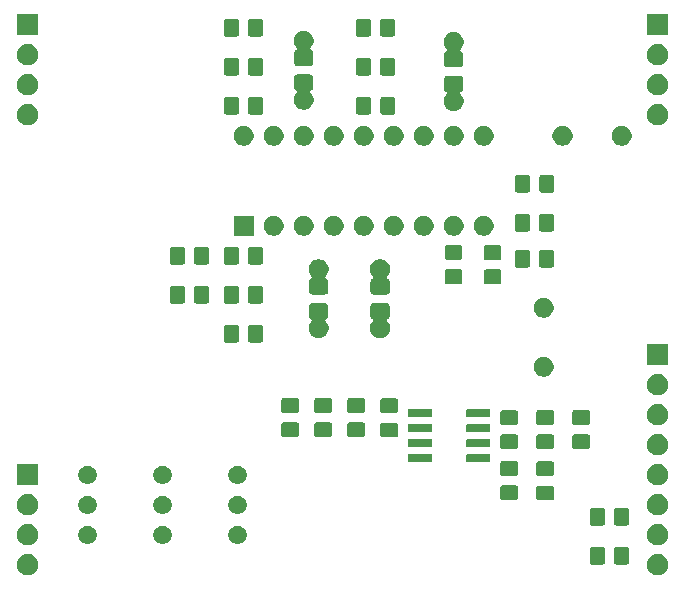
<source format=gbr>
G04 #@! TF.GenerationSoftware,KiCad,Pcbnew,5.1.6-c6e7f7d~87~ubuntu18.04.1*
G04 #@! TF.CreationDate,2020-08-01T12:16:40-04:00*
G04 #@! TF.ProjectId,CEM3320_LPF_plug_in_board,43454d33-3332-4305-9f4c-50465f706c75,1*
G04 #@! TF.SameCoordinates,Original*
G04 #@! TF.FileFunction,Soldermask,Top*
G04 #@! TF.FilePolarity,Negative*
%FSLAX46Y46*%
G04 Gerber Fmt 4.6, Leading zero omitted, Abs format (unit mm)*
G04 Created by KiCad (PCBNEW 5.1.6-c6e7f7d~87~ubuntu18.04.1) date 2020-08-01 12:16:40*
%MOMM*%
%LPD*%
G01*
G04 APERTURE LIST*
%ADD10C,0.100000*%
G04 APERTURE END LIST*
D10*
G36*
X182993512Y-123563927D02*
G01*
X183142812Y-123593624D01*
X183306784Y-123661544D01*
X183454354Y-123760147D01*
X183579853Y-123885646D01*
X183678456Y-124033216D01*
X183746376Y-124197188D01*
X183781000Y-124371259D01*
X183781000Y-124548741D01*
X183746376Y-124722812D01*
X183678456Y-124886784D01*
X183579853Y-125034354D01*
X183454354Y-125159853D01*
X183306784Y-125258456D01*
X183142812Y-125326376D01*
X182993512Y-125356073D01*
X182968742Y-125361000D01*
X182791258Y-125361000D01*
X182766488Y-125356073D01*
X182617188Y-125326376D01*
X182453216Y-125258456D01*
X182305646Y-125159853D01*
X182180147Y-125034354D01*
X182081544Y-124886784D01*
X182013624Y-124722812D01*
X181979000Y-124548741D01*
X181979000Y-124371259D01*
X182013624Y-124197188D01*
X182081544Y-124033216D01*
X182180147Y-123885646D01*
X182305646Y-123760147D01*
X182453216Y-123661544D01*
X182617188Y-123593624D01*
X182766488Y-123563927D01*
X182791258Y-123559000D01*
X182968742Y-123559000D01*
X182993512Y-123563927D01*
G37*
G36*
X129653512Y-123563927D02*
G01*
X129802812Y-123593624D01*
X129966784Y-123661544D01*
X130114354Y-123760147D01*
X130239853Y-123885646D01*
X130338456Y-124033216D01*
X130406376Y-124197188D01*
X130441000Y-124371259D01*
X130441000Y-124548741D01*
X130406376Y-124722812D01*
X130338456Y-124886784D01*
X130239853Y-125034354D01*
X130114354Y-125159853D01*
X129966784Y-125258456D01*
X129802812Y-125326376D01*
X129653512Y-125356073D01*
X129628742Y-125361000D01*
X129451258Y-125361000D01*
X129426488Y-125356073D01*
X129277188Y-125326376D01*
X129113216Y-125258456D01*
X128965646Y-125159853D01*
X128840147Y-125034354D01*
X128741544Y-124886784D01*
X128673624Y-124722812D01*
X128639000Y-124548741D01*
X128639000Y-124371259D01*
X128673624Y-124197188D01*
X128741544Y-124033216D01*
X128840147Y-123885646D01*
X128965646Y-123760147D01*
X129113216Y-123661544D01*
X129277188Y-123593624D01*
X129426488Y-123563927D01*
X129451258Y-123559000D01*
X129628742Y-123559000D01*
X129653512Y-123563927D01*
G37*
G36*
X178245674Y-122951465D02*
G01*
X178283367Y-122962899D01*
X178318103Y-122981466D01*
X178348548Y-123006452D01*
X178373534Y-123036897D01*
X178392101Y-123071633D01*
X178403535Y-123109326D01*
X178408000Y-123154661D01*
X178408000Y-124241339D01*
X178403535Y-124286674D01*
X178392101Y-124324367D01*
X178373534Y-124359103D01*
X178348548Y-124389548D01*
X178318103Y-124414534D01*
X178283367Y-124433101D01*
X178245674Y-124444535D01*
X178200339Y-124449000D01*
X177363661Y-124449000D01*
X177318326Y-124444535D01*
X177280633Y-124433101D01*
X177245897Y-124414534D01*
X177215452Y-124389548D01*
X177190466Y-124359103D01*
X177171899Y-124324367D01*
X177160465Y-124286674D01*
X177156000Y-124241339D01*
X177156000Y-123154661D01*
X177160465Y-123109326D01*
X177171899Y-123071633D01*
X177190466Y-123036897D01*
X177215452Y-123006452D01*
X177245897Y-122981466D01*
X177280633Y-122962899D01*
X177318326Y-122951465D01*
X177363661Y-122947000D01*
X178200339Y-122947000D01*
X178245674Y-122951465D01*
G37*
G36*
X180295674Y-122951465D02*
G01*
X180333367Y-122962899D01*
X180368103Y-122981466D01*
X180398548Y-123006452D01*
X180423534Y-123036897D01*
X180442101Y-123071633D01*
X180453535Y-123109326D01*
X180458000Y-123154661D01*
X180458000Y-124241339D01*
X180453535Y-124286674D01*
X180442101Y-124324367D01*
X180423534Y-124359103D01*
X180398548Y-124389548D01*
X180368103Y-124414534D01*
X180333367Y-124433101D01*
X180295674Y-124444535D01*
X180250339Y-124449000D01*
X179413661Y-124449000D01*
X179368326Y-124444535D01*
X179330633Y-124433101D01*
X179295897Y-124414534D01*
X179265452Y-124389548D01*
X179240466Y-124359103D01*
X179221899Y-124324367D01*
X179210465Y-124286674D01*
X179206000Y-124241339D01*
X179206000Y-123154661D01*
X179210465Y-123109326D01*
X179221899Y-123071633D01*
X179240466Y-123036897D01*
X179265452Y-123006452D01*
X179295897Y-122981466D01*
X179330633Y-122962899D01*
X179368326Y-122951465D01*
X179413661Y-122947000D01*
X180250339Y-122947000D01*
X180295674Y-122951465D01*
G37*
G36*
X129653512Y-121023927D02*
G01*
X129802812Y-121053624D01*
X129966784Y-121121544D01*
X130114354Y-121220147D01*
X130239853Y-121345646D01*
X130338456Y-121493216D01*
X130406376Y-121657188D01*
X130441000Y-121831259D01*
X130441000Y-122008741D01*
X130406376Y-122182812D01*
X130338456Y-122346784D01*
X130239853Y-122494354D01*
X130114354Y-122619853D01*
X129966784Y-122718456D01*
X129802812Y-122786376D01*
X129653512Y-122816073D01*
X129628742Y-122821000D01*
X129451258Y-122821000D01*
X129426488Y-122816073D01*
X129277188Y-122786376D01*
X129113216Y-122718456D01*
X128965646Y-122619853D01*
X128840147Y-122494354D01*
X128741544Y-122346784D01*
X128673624Y-122182812D01*
X128639000Y-122008741D01*
X128639000Y-121831259D01*
X128673624Y-121657188D01*
X128741544Y-121493216D01*
X128840147Y-121345646D01*
X128965646Y-121220147D01*
X129113216Y-121121544D01*
X129277188Y-121053624D01*
X129426488Y-121023927D01*
X129451258Y-121019000D01*
X129628742Y-121019000D01*
X129653512Y-121023927D01*
G37*
G36*
X182993512Y-121023927D02*
G01*
X183142812Y-121053624D01*
X183306784Y-121121544D01*
X183454354Y-121220147D01*
X183579853Y-121345646D01*
X183678456Y-121493216D01*
X183746376Y-121657188D01*
X183781000Y-121831259D01*
X183781000Y-122008741D01*
X183746376Y-122182812D01*
X183678456Y-122346784D01*
X183579853Y-122494354D01*
X183454354Y-122619853D01*
X183306784Y-122718456D01*
X183142812Y-122786376D01*
X182993512Y-122816073D01*
X182968742Y-122821000D01*
X182791258Y-122821000D01*
X182766488Y-122816073D01*
X182617188Y-122786376D01*
X182453216Y-122718456D01*
X182305646Y-122619853D01*
X182180147Y-122494354D01*
X182081544Y-122346784D01*
X182013624Y-122182812D01*
X181979000Y-122008741D01*
X181979000Y-121831259D01*
X182013624Y-121657188D01*
X182081544Y-121493216D01*
X182180147Y-121345646D01*
X182305646Y-121220147D01*
X182453216Y-121121544D01*
X182617188Y-121053624D01*
X182766488Y-121023927D01*
X182791258Y-121019000D01*
X182968742Y-121019000D01*
X182993512Y-121023927D01*
G37*
G36*
X141095589Y-121158876D02*
G01*
X141194893Y-121178629D01*
X141335206Y-121236748D01*
X141461484Y-121321125D01*
X141568875Y-121428516D01*
X141653252Y-121554794D01*
X141711371Y-121695107D01*
X141741000Y-121844063D01*
X141741000Y-121995937D01*
X141711371Y-122144893D01*
X141653252Y-122285206D01*
X141568875Y-122411484D01*
X141461484Y-122518875D01*
X141335206Y-122603252D01*
X141194893Y-122661371D01*
X141095589Y-122681124D01*
X141045938Y-122691000D01*
X140894062Y-122691000D01*
X140844411Y-122681124D01*
X140745107Y-122661371D01*
X140604794Y-122603252D01*
X140478516Y-122518875D01*
X140371125Y-122411484D01*
X140286748Y-122285206D01*
X140228629Y-122144893D01*
X140199000Y-121995937D01*
X140199000Y-121844063D01*
X140228629Y-121695107D01*
X140286748Y-121554794D01*
X140371125Y-121428516D01*
X140478516Y-121321125D01*
X140604794Y-121236748D01*
X140745107Y-121178629D01*
X140844411Y-121158876D01*
X140894062Y-121149000D01*
X141045938Y-121149000D01*
X141095589Y-121158876D01*
G37*
G36*
X134745589Y-121158876D02*
G01*
X134844893Y-121178629D01*
X134985206Y-121236748D01*
X135111484Y-121321125D01*
X135218875Y-121428516D01*
X135303252Y-121554794D01*
X135361371Y-121695107D01*
X135391000Y-121844063D01*
X135391000Y-121995937D01*
X135361371Y-122144893D01*
X135303252Y-122285206D01*
X135218875Y-122411484D01*
X135111484Y-122518875D01*
X134985206Y-122603252D01*
X134844893Y-122661371D01*
X134745589Y-122681124D01*
X134695938Y-122691000D01*
X134544062Y-122691000D01*
X134494411Y-122681124D01*
X134395107Y-122661371D01*
X134254794Y-122603252D01*
X134128516Y-122518875D01*
X134021125Y-122411484D01*
X133936748Y-122285206D01*
X133878629Y-122144893D01*
X133849000Y-121995937D01*
X133849000Y-121844063D01*
X133878629Y-121695107D01*
X133936748Y-121554794D01*
X134021125Y-121428516D01*
X134128516Y-121321125D01*
X134254794Y-121236748D01*
X134395107Y-121178629D01*
X134494411Y-121158876D01*
X134544062Y-121149000D01*
X134695938Y-121149000D01*
X134745589Y-121158876D01*
G37*
G36*
X147445589Y-121158876D02*
G01*
X147544893Y-121178629D01*
X147685206Y-121236748D01*
X147811484Y-121321125D01*
X147918875Y-121428516D01*
X148003252Y-121554794D01*
X148061371Y-121695107D01*
X148091000Y-121844063D01*
X148091000Y-121995937D01*
X148061371Y-122144893D01*
X148003252Y-122285206D01*
X147918875Y-122411484D01*
X147811484Y-122518875D01*
X147685206Y-122603252D01*
X147544893Y-122661371D01*
X147445589Y-122681124D01*
X147395938Y-122691000D01*
X147244062Y-122691000D01*
X147194411Y-122681124D01*
X147095107Y-122661371D01*
X146954794Y-122603252D01*
X146828516Y-122518875D01*
X146721125Y-122411484D01*
X146636748Y-122285206D01*
X146578629Y-122144893D01*
X146549000Y-121995937D01*
X146549000Y-121844063D01*
X146578629Y-121695107D01*
X146636748Y-121554794D01*
X146721125Y-121428516D01*
X146828516Y-121321125D01*
X146954794Y-121236748D01*
X147095107Y-121178629D01*
X147194411Y-121158876D01*
X147244062Y-121149000D01*
X147395938Y-121149000D01*
X147445589Y-121158876D01*
G37*
G36*
X178245674Y-119649465D02*
G01*
X178283367Y-119660899D01*
X178318103Y-119679466D01*
X178348548Y-119704452D01*
X178373534Y-119734897D01*
X178392101Y-119769633D01*
X178403535Y-119807326D01*
X178408000Y-119852661D01*
X178408000Y-120939339D01*
X178403535Y-120984674D01*
X178392101Y-121022367D01*
X178373534Y-121057103D01*
X178348548Y-121087548D01*
X178318103Y-121112534D01*
X178283367Y-121131101D01*
X178245674Y-121142535D01*
X178200339Y-121147000D01*
X177363661Y-121147000D01*
X177318326Y-121142535D01*
X177280633Y-121131101D01*
X177245897Y-121112534D01*
X177215452Y-121087548D01*
X177190466Y-121057103D01*
X177171899Y-121022367D01*
X177160465Y-120984674D01*
X177156000Y-120939339D01*
X177156000Y-119852661D01*
X177160465Y-119807326D01*
X177171899Y-119769633D01*
X177190466Y-119734897D01*
X177215452Y-119704452D01*
X177245897Y-119679466D01*
X177280633Y-119660899D01*
X177318326Y-119649465D01*
X177363661Y-119645000D01*
X178200339Y-119645000D01*
X178245674Y-119649465D01*
G37*
G36*
X180295674Y-119649465D02*
G01*
X180333367Y-119660899D01*
X180368103Y-119679466D01*
X180398548Y-119704452D01*
X180423534Y-119734897D01*
X180442101Y-119769633D01*
X180453535Y-119807326D01*
X180458000Y-119852661D01*
X180458000Y-120939339D01*
X180453535Y-120984674D01*
X180442101Y-121022367D01*
X180423534Y-121057103D01*
X180398548Y-121087548D01*
X180368103Y-121112534D01*
X180333367Y-121131101D01*
X180295674Y-121142535D01*
X180250339Y-121147000D01*
X179413661Y-121147000D01*
X179368326Y-121142535D01*
X179330633Y-121131101D01*
X179295897Y-121112534D01*
X179265452Y-121087548D01*
X179240466Y-121057103D01*
X179221899Y-121022367D01*
X179210465Y-120984674D01*
X179206000Y-120939339D01*
X179206000Y-119852661D01*
X179210465Y-119807326D01*
X179221899Y-119769633D01*
X179240466Y-119734897D01*
X179265452Y-119704452D01*
X179295897Y-119679466D01*
X179330633Y-119660899D01*
X179368326Y-119649465D01*
X179413661Y-119645000D01*
X180250339Y-119645000D01*
X180295674Y-119649465D01*
G37*
G36*
X129653512Y-118483927D02*
G01*
X129802812Y-118513624D01*
X129966784Y-118581544D01*
X130114354Y-118680147D01*
X130239853Y-118805646D01*
X130338456Y-118953216D01*
X130406376Y-119117188D01*
X130441000Y-119291259D01*
X130441000Y-119468741D01*
X130406376Y-119642812D01*
X130338456Y-119806784D01*
X130239853Y-119954354D01*
X130114354Y-120079853D01*
X129966784Y-120178456D01*
X129802812Y-120246376D01*
X129653512Y-120276073D01*
X129628742Y-120281000D01*
X129451258Y-120281000D01*
X129426488Y-120276073D01*
X129277188Y-120246376D01*
X129113216Y-120178456D01*
X128965646Y-120079853D01*
X128840147Y-119954354D01*
X128741544Y-119806784D01*
X128673624Y-119642812D01*
X128639000Y-119468741D01*
X128639000Y-119291259D01*
X128673624Y-119117188D01*
X128741544Y-118953216D01*
X128840147Y-118805646D01*
X128965646Y-118680147D01*
X129113216Y-118581544D01*
X129277188Y-118513624D01*
X129426488Y-118483927D01*
X129451258Y-118479000D01*
X129628742Y-118479000D01*
X129653512Y-118483927D01*
G37*
G36*
X182993512Y-118483927D02*
G01*
X183142812Y-118513624D01*
X183306784Y-118581544D01*
X183454354Y-118680147D01*
X183579853Y-118805646D01*
X183678456Y-118953216D01*
X183746376Y-119117188D01*
X183781000Y-119291259D01*
X183781000Y-119468741D01*
X183746376Y-119642812D01*
X183678456Y-119806784D01*
X183579853Y-119954354D01*
X183454354Y-120079853D01*
X183306784Y-120178456D01*
X183142812Y-120246376D01*
X182993512Y-120276073D01*
X182968742Y-120281000D01*
X182791258Y-120281000D01*
X182766488Y-120276073D01*
X182617188Y-120246376D01*
X182453216Y-120178456D01*
X182305646Y-120079853D01*
X182180147Y-119954354D01*
X182081544Y-119806784D01*
X182013624Y-119642812D01*
X181979000Y-119468741D01*
X181979000Y-119291259D01*
X182013624Y-119117188D01*
X182081544Y-118953216D01*
X182180147Y-118805646D01*
X182305646Y-118680147D01*
X182453216Y-118581544D01*
X182617188Y-118513624D01*
X182766488Y-118483927D01*
X182791258Y-118479000D01*
X182968742Y-118479000D01*
X182993512Y-118483927D01*
G37*
G36*
X147445589Y-118618876D02*
G01*
X147544893Y-118638629D01*
X147685206Y-118696748D01*
X147811484Y-118781125D01*
X147918875Y-118888516D01*
X148003252Y-119014794D01*
X148061371Y-119155107D01*
X148091000Y-119304063D01*
X148091000Y-119455937D01*
X148061371Y-119604893D01*
X148003252Y-119745206D01*
X147918875Y-119871484D01*
X147811484Y-119978875D01*
X147685206Y-120063252D01*
X147544893Y-120121371D01*
X147445589Y-120141124D01*
X147395938Y-120151000D01*
X147244062Y-120151000D01*
X147194411Y-120141124D01*
X147095107Y-120121371D01*
X146954794Y-120063252D01*
X146828516Y-119978875D01*
X146721125Y-119871484D01*
X146636748Y-119745206D01*
X146578629Y-119604893D01*
X146549000Y-119455937D01*
X146549000Y-119304063D01*
X146578629Y-119155107D01*
X146636748Y-119014794D01*
X146721125Y-118888516D01*
X146828516Y-118781125D01*
X146954794Y-118696748D01*
X147095107Y-118638629D01*
X147194411Y-118618876D01*
X147244062Y-118609000D01*
X147395938Y-118609000D01*
X147445589Y-118618876D01*
G37*
G36*
X134745589Y-118618876D02*
G01*
X134844893Y-118638629D01*
X134985206Y-118696748D01*
X135111484Y-118781125D01*
X135218875Y-118888516D01*
X135303252Y-119014794D01*
X135361371Y-119155107D01*
X135391000Y-119304063D01*
X135391000Y-119455937D01*
X135361371Y-119604893D01*
X135303252Y-119745206D01*
X135218875Y-119871484D01*
X135111484Y-119978875D01*
X134985206Y-120063252D01*
X134844893Y-120121371D01*
X134745589Y-120141124D01*
X134695938Y-120151000D01*
X134544062Y-120151000D01*
X134494411Y-120141124D01*
X134395107Y-120121371D01*
X134254794Y-120063252D01*
X134128516Y-119978875D01*
X134021125Y-119871484D01*
X133936748Y-119745206D01*
X133878629Y-119604893D01*
X133849000Y-119455937D01*
X133849000Y-119304063D01*
X133878629Y-119155107D01*
X133936748Y-119014794D01*
X134021125Y-118888516D01*
X134128516Y-118781125D01*
X134254794Y-118696748D01*
X134395107Y-118638629D01*
X134494411Y-118618876D01*
X134544062Y-118609000D01*
X134695938Y-118609000D01*
X134745589Y-118618876D01*
G37*
G36*
X141095589Y-118618876D02*
G01*
X141194893Y-118638629D01*
X141335206Y-118696748D01*
X141461484Y-118781125D01*
X141568875Y-118888516D01*
X141653252Y-119014794D01*
X141711371Y-119155107D01*
X141741000Y-119304063D01*
X141741000Y-119455937D01*
X141711371Y-119604893D01*
X141653252Y-119745206D01*
X141568875Y-119871484D01*
X141461484Y-119978875D01*
X141335206Y-120063252D01*
X141194893Y-120121371D01*
X141095589Y-120141124D01*
X141045938Y-120151000D01*
X140894062Y-120151000D01*
X140844411Y-120141124D01*
X140745107Y-120121371D01*
X140604794Y-120063252D01*
X140478516Y-119978875D01*
X140371125Y-119871484D01*
X140286748Y-119745206D01*
X140228629Y-119604893D01*
X140199000Y-119455937D01*
X140199000Y-119304063D01*
X140228629Y-119155107D01*
X140286748Y-119014794D01*
X140371125Y-118888516D01*
X140478516Y-118781125D01*
X140604794Y-118696748D01*
X140745107Y-118638629D01*
X140844411Y-118618876D01*
X140894062Y-118609000D01*
X141045938Y-118609000D01*
X141095589Y-118618876D01*
G37*
G36*
X173943674Y-117760465D02*
G01*
X173981367Y-117771899D01*
X174016103Y-117790466D01*
X174046548Y-117815452D01*
X174071534Y-117845897D01*
X174090101Y-117880633D01*
X174101535Y-117918326D01*
X174106000Y-117963661D01*
X174106000Y-118800339D01*
X174101535Y-118845674D01*
X174090101Y-118883367D01*
X174071534Y-118918103D01*
X174046548Y-118948548D01*
X174016103Y-118973534D01*
X173981367Y-118992101D01*
X173943674Y-119003535D01*
X173898339Y-119008000D01*
X172811661Y-119008000D01*
X172766326Y-119003535D01*
X172728633Y-118992101D01*
X172693897Y-118973534D01*
X172663452Y-118948548D01*
X172638466Y-118918103D01*
X172619899Y-118883367D01*
X172608465Y-118845674D01*
X172604000Y-118800339D01*
X172604000Y-117963661D01*
X172608465Y-117918326D01*
X172619899Y-117880633D01*
X172638466Y-117845897D01*
X172663452Y-117815452D01*
X172693897Y-117790466D01*
X172728633Y-117771899D01*
X172766326Y-117760465D01*
X172811661Y-117756000D01*
X173898339Y-117756000D01*
X173943674Y-117760465D01*
G37*
G36*
X170895674Y-117742465D02*
G01*
X170933367Y-117753899D01*
X170968103Y-117772466D01*
X170998548Y-117797452D01*
X171023534Y-117827897D01*
X171042101Y-117862633D01*
X171053535Y-117900326D01*
X171058000Y-117945661D01*
X171058000Y-118782339D01*
X171053535Y-118827674D01*
X171042101Y-118865367D01*
X171023534Y-118900103D01*
X170998548Y-118930548D01*
X170968103Y-118955534D01*
X170933367Y-118974101D01*
X170895674Y-118985535D01*
X170850339Y-118990000D01*
X169763661Y-118990000D01*
X169718326Y-118985535D01*
X169680633Y-118974101D01*
X169645897Y-118955534D01*
X169615452Y-118930548D01*
X169590466Y-118900103D01*
X169571899Y-118865367D01*
X169560465Y-118827674D01*
X169556000Y-118782339D01*
X169556000Y-117945661D01*
X169560465Y-117900326D01*
X169571899Y-117862633D01*
X169590466Y-117827897D01*
X169615452Y-117797452D01*
X169645897Y-117772466D01*
X169680633Y-117753899D01*
X169718326Y-117742465D01*
X169763661Y-117738000D01*
X170850339Y-117738000D01*
X170895674Y-117742465D01*
G37*
G36*
X182993512Y-115943927D02*
G01*
X183142812Y-115973624D01*
X183306784Y-116041544D01*
X183454354Y-116140147D01*
X183579853Y-116265646D01*
X183678456Y-116413216D01*
X183746376Y-116577188D01*
X183781000Y-116751259D01*
X183781000Y-116928741D01*
X183746376Y-117102812D01*
X183678456Y-117266784D01*
X183579853Y-117414354D01*
X183454354Y-117539853D01*
X183306784Y-117638456D01*
X183142812Y-117706376D01*
X182993512Y-117736073D01*
X182968742Y-117741000D01*
X182791258Y-117741000D01*
X182766488Y-117736073D01*
X182617188Y-117706376D01*
X182453216Y-117638456D01*
X182305646Y-117539853D01*
X182180147Y-117414354D01*
X182081544Y-117266784D01*
X182013624Y-117102812D01*
X181979000Y-116928741D01*
X181979000Y-116751259D01*
X182013624Y-116577188D01*
X182081544Y-116413216D01*
X182180147Y-116265646D01*
X182305646Y-116140147D01*
X182453216Y-116041544D01*
X182617188Y-115973624D01*
X182766488Y-115943927D01*
X182791258Y-115939000D01*
X182968742Y-115939000D01*
X182993512Y-115943927D01*
G37*
G36*
X130441000Y-117741000D02*
G01*
X128639000Y-117741000D01*
X128639000Y-115939000D01*
X130441000Y-115939000D01*
X130441000Y-117741000D01*
G37*
G36*
X147445589Y-116078876D02*
G01*
X147544893Y-116098629D01*
X147685206Y-116156748D01*
X147811484Y-116241125D01*
X147918875Y-116348516D01*
X148003252Y-116474794D01*
X148061371Y-116615107D01*
X148091000Y-116764063D01*
X148091000Y-116915937D01*
X148061371Y-117064893D01*
X148003252Y-117205206D01*
X147918875Y-117331484D01*
X147811484Y-117438875D01*
X147685206Y-117523252D01*
X147544893Y-117581371D01*
X147445589Y-117601124D01*
X147395938Y-117611000D01*
X147244062Y-117611000D01*
X147194411Y-117601124D01*
X147095107Y-117581371D01*
X146954794Y-117523252D01*
X146828516Y-117438875D01*
X146721125Y-117331484D01*
X146636748Y-117205206D01*
X146578629Y-117064893D01*
X146549000Y-116915937D01*
X146549000Y-116764063D01*
X146578629Y-116615107D01*
X146636748Y-116474794D01*
X146721125Y-116348516D01*
X146828516Y-116241125D01*
X146954794Y-116156748D01*
X147095107Y-116098629D01*
X147194411Y-116078876D01*
X147244062Y-116069000D01*
X147395938Y-116069000D01*
X147445589Y-116078876D01*
G37*
G36*
X141095589Y-116078876D02*
G01*
X141194893Y-116098629D01*
X141335206Y-116156748D01*
X141461484Y-116241125D01*
X141568875Y-116348516D01*
X141653252Y-116474794D01*
X141711371Y-116615107D01*
X141741000Y-116764063D01*
X141741000Y-116915937D01*
X141711371Y-117064893D01*
X141653252Y-117205206D01*
X141568875Y-117331484D01*
X141461484Y-117438875D01*
X141335206Y-117523252D01*
X141194893Y-117581371D01*
X141095589Y-117601124D01*
X141045938Y-117611000D01*
X140894062Y-117611000D01*
X140844411Y-117601124D01*
X140745107Y-117581371D01*
X140604794Y-117523252D01*
X140478516Y-117438875D01*
X140371125Y-117331484D01*
X140286748Y-117205206D01*
X140228629Y-117064893D01*
X140199000Y-116915937D01*
X140199000Y-116764063D01*
X140228629Y-116615107D01*
X140286748Y-116474794D01*
X140371125Y-116348516D01*
X140478516Y-116241125D01*
X140604794Y-116156748D01*
X140745107Y-116098629D01*
X140844411Y-116078876D01*
X140894062Y-116069000D01*
X141045938Y-116069000D01*
X141095589Y-116078876D01*
G37*
G36*
X134745589Y-116078876D02*
G01*
X134844893Y-116098629D01*
X134985206Y-116156748D01*
X135111484Y-116241125D01*
X135218875Y-116348516D01*
X135303252Y-116474794D01*
X135361371Y-116615107D01*
X135391000Y-116764063D01*
X135391000Y-116915937D01*
X135361371Y-117064893D01*
X135303252Y-117205206D01*
X135218875Y-117331484D01*
X135111484Y-117438875D01*
X134985206Y-117523252D01*
X134844893Y-117581371D01*
X134745589Y-117601124D01*
X134695938Y-117611000D01*
X134544062Y-117611000D01*
X134494411Y-117601124D01*
X134395107Y-117581371D01*
X134254794Y-117523252D01*
X134128516Y-117438875D01*
X134021125Y-117331484D01*
X133936748Y-117205206D01*
X133878629Y-117064893D01*
X133849000Y-116915937D01*
X133849000Y-116764063D01*
X133878629Y-116615107D01*
X133936748Y-116474794D01*
X134021125Y-116348516D01*
X134128516Y-116241125D01*
X134254794Y-116156748D01*
X134395107Y-116098629D01*
X134494411Y-116078876D01*
X134544062Y-116069000D01*
X134695938Y-116069000D01*
X134745589Y-116078876D01*
G37*
G36*
X173943674Y-115710465D02*
G01*
X173981367Y-115721899D01*
X174016103Y-115740466D01*
X174046548Y-115765452D01*
X174071534Y-115795897D01*
X174090101Y-115830633D01*
X174101535Y-115868326D01*
X174106000Y-115913661D01*
X174106000Y-116750339D01*
X174101535Y-116795674D01*
X174090101Y-116833367D01*
X174071534Y-116868103D01*
X174046548Y-116898548D01*
X174016103Y-116923534D01*
X173981367Y-116942101D01*
X173943674Y-116953535D01*
X173898339Y-116958000D01*
X172811661Y-116958000D01*
X172766326Y-116953535D01*
X172728633Y-116942101D01*
X172693897Y-116923534D01*
X172663452Y-116898548D01*
X172638466Y-116868103D01*
X172619899Y-116833367D01*
X172608465Y-116795674D01*
X172604000Y-116750339D01*
X172604000Y-115913661D01*
X172608465Y-115868326D01*
X172619899Y-115830633D01*
X172638466Y-115795897D01*
X172663452Y-115765452D01*
X172693897Y-115740466D01*
X172728633Y-115721899D01*
X172766326Y-115710465D01*
X172811661Y-115706000D01*
X173898339Y-115706000D01*
X173943674Y-115710465D01*
G37*
G36*
X170895674Y-115692465D02*
G01*
X170933367Y-115703899D01*
X170968103Y-115722466D01*
X170998548Y-115747452D01*
X171023534Y-115777897D01*
X171042101Y-115812633D01*
X171053535Y-115850326D01*
X171058000Y-115895661D01*
X171058000Y-116732339D01*
X171053535Y-116777674D01*
X171042101Y-116815367D01*
X171023534Y-116850103D01*
X170998548Y-116880548D01*
X170968103Y-116905534D01*
X170933367Y-116924101D01*
X170895674Y-116935535D01*
X170850339Y-116940000D01*
X169763661Y-116940000D01*
X169718326Y-116935535D01*
X169680633Y-116924101D01*
X169645897Y-116905534D01*
X169615452Y-116880548D01*
X169590466Y-116850103D01*
X169571899Y-116815367D01*
X169560465Y-116777674D01*
X169556000Y-116732339D01*
X169556000Y-115895661D01*
X169560465Y-115850326D01*
X169571899Y-115812633D01*
X169590466Y-115777897D01*
X169615452Y-115747452D01*
X169645897Y-115722466D01*
X169680633Y-115703899D01*
X169718326Y-115692465D01*
X169763661Y-115688000D01*
X170850339Y-115688000D01*
X170895674Y-115692465D01*
G37*
G36*
X168636928Y-115094764D02*
G01*
X168658009Y-115101160D01*
X168677445Y-115111548D01*
X168694476Y-115125524D01*
X168708452Y-115142555D01*
X168718840Y-115161991D01*
X168725236Y-115183072D01*
X168728000Y-115211140D01*
X168728000Y-115674860D01*
X168725236Y-115702928D01*
X168718840Y-115724009D01*
X168708452Y-115743445D01*
X168694476Y-115760476D01*
X168677445Y-115774452D01*
X168658009Y-115784840D01*
X168636928Y-115791236D01*
X168608860Y-115794000D01*
X166795140Y-115794000D01*
X166767072Y-115791236D01*
X166745991Y-115784840D01*
X166726555Y-115774452D01*
X166709524Y-115760476D01*
X166695548Y-115743445D01*
X166685160Y-115724009D01*
X166678764Y-115702928D01*
X166676000Y-115674860D01*
X166676000Y-115211140D01*
X166678764Y-115183072D01*
X166685160Y-115161991D01*
X166695548Y-115142555D01*
X166709524Y-115125524D01*
X166726555Y-115111548D01*
X166745991Y-115101160D01*
X166767072Y-115094764D01*
X166795140Y-115092000D01*
X168608860Y-115092000D01*
X168636928Y-115094764D01*
G37*
G36*
X163686928Y-115094764D02*
G01*
X163708009Y-115101160D01*
X163727445Y-115111548D01*
X163744476Y-115125524D01*
X163758452Y-115142555D01*
X163768840Y-115161991D01*
X163775236Y-115183072D01*
X163778000Y-115211140D01*
X163778000Y-115674860D01*
X163775236Y-115702928D01*
X163768840Y-115724009D01*
X163758452Y-115743445D01*
X163744476Y-115760476D01*
X163727445Y-115774452D01*
X163708009Y-115784840D01*
X163686928Y-115791236D01*
X163658860Y-115794000D01*
X161845140Y-115794000D01*
X161817072Y-115791236D01*
X161795991Y-115784840D01*
X161776555Y-115774452D01*
X161759524Y-115760476D01*
X161745548Y-115743445D01*
X161735160Y-115724009D01*
X161728764Y-115702928D01*
X161726000Y-115674860D01*
X161726000Y-115211140D01*
X161728764Y-115183072D01*
X161735160Y-115161991D01*
X161745548Y-115142555D01*
X161759524Y-115125524D01*
X161776555Y-115111548D01*
X161795991Y-115101160D01*
X161817072Y-115094764D01*
X161845140Y-115092000D01*
X163658860Y-115092000D01*
X163686928Y-115094764D01*
G37*
G36*
X182982954Y-113401827D02*
G01*
X183142812Y-113433624D01*
X183306784Y-113501544D01*
X183454354Y-113600147D01*
X183579853Y-113725646D01*
X183678456Y-113873216D01*
X183746376Y-114037188D01*
X183781000Y-114211259D01*
X183781000Y-114388741D01*
X183746376Y-114562812D01*
X183678456Y-114726784D01*
X183579853Y-114874354D01*
X183454354Y-114999853D01*
X183306784Y-115098456D01*
X183142812Y-115166376D01*
X182993512Y-115196073D01*
X182968742Y-115201000D01*
X182791258Y-115201000D01*
X182766488Y-115196073D01*
X182617188Y-115166376D01*
X182453216Y-115098456D01*
X182305646Y-114999853D01*
X182180147Y-114874354D01*
X182081544Y-114726784D01*
X182013624Y-114562812D01*
X181979000Y-114388741D01*
X181979000Y-114211259D01*
X182013624Y-114037188D01*
X182081544Y-113873216D01*
X182180147Y-113725646D01*
X182305646Y-113600147D01*
X182453216Y-113501544D01*
X182617188Y-113433624D01*
X182777046Y-113401827D01*
X182791258Y-113399000D01*
X182968742Y-113399000D01*
X182982954Y-113401827D01*
G37*
G36*
X170895674Y-113433465D02*
G01*
X170933367Y-113444899D01*
X170968103Y-113463466D01*
X170998548Y-113488452D01*
X171023534Y-113518897D01*
X171042101Y-113553633D01*
X171053535Y-113591326D01*
X171058000Y-113636661D01*
X171058000Y-114473339D01*
X171053535Y-114518674D01*
X171042101Y-114556367D01*
X171023534Y-114591103D01*
X170998548Y-114621548D01*
X170968103Y-114646534D01*
X170933367Y-114665101D01*
X170895674Y-114676535D01*
X170850339Y-114681000D01*
X169763661Y-114681000D01*
X169718326Y-114676535D01*
X169680633Y-114665101D01*
X169645897Y-114646534D01*
X169615452Y-114621548D01*
X169590466Y-114591103D01*
X169571899Y-114556367D01*
X169560465Y-114518674D01*
X169556000Y-114473339D01*
X169556000Y-113636661D01*
X169560465Y-113591326D01*
X169571899Y-113553633D01*
X169590466Y-113518897D01*
X169615452Y-113488452D01*
X169645897Y-113463466D01*
X169680633Y-113444899D01*
X169718326Y-113433465D01*
X169763661Y-113429000D01*
X170850339Y-113429000D01*
X170895674Y-113433465D01*
G37*
G36*
X176991674Y-113424465D02*
G01*
X177029367Y-113435899D01*
X177064103Y-113454466D01*
X177094548Y-113479452D01*
X177119534Y-113509897D01*
X177138101Y-113544633D01*
X177149535Y-113582326D01*
X177154000Y-113627661D01*
X177154000Y-114464339D01*
X177149535Y-114509674D01*
X177138101Y-114547367D01*
X177119534Y-114582103D01*
X177094548Y-114612548D01*
X177064103Y-114637534D01*
X177029367Y-114656101D01*
X176991674Y-114667535D01*
X176946339Y-114672000D01*
X175859661Y-114672000D01*
X175814326Y-114667535D01*
X175776633Y-114656101D01*
X175741897Y-114637534D01*
X175711452Y-114612548D01*
X175686466Y-114582103D01*
X175667899Y-114547367D01*
X175656465Y-114509674D01*
X175652000Y-114464339D01*
X175652000Y-113627661D01*
X175656465Y-113582326D01*
X175667899Y-113544633D01*
X175686466Y-113509897D01*
X175711452Y-113479452D01*
X175741897Y-113454466D01*
X175776633Y-113435899D01*
X175814326Y-113424465D01*
X175859661Y-113420000D01*
X176946339Y-113420000D01*
X176991674Y-113424465D01*
G37*
G36*
X173943674Y-113424465D02*
G01*
X173981367Y-113435899D01*
X174016103Y-113454466D01*
X174046548Y-113479452D01*
X174071534Y-113509897D01*
X174090101Y-113544633D01*
X174101535Y-113582326D01*
X174106000Y-113627661D01*
X174106000Y-114464339D01*
X174101535Y-114509674D01*
X174090101Y-114547367D01*
X174071534Y-114582103D01*
X174046548Y-114612548D01*
X174016103Y-114637534D01*
X173981367Y-114656101D01*
X173943674Y-114667535D01*
X173898339Y-114672000D01*
X172811661Y-114672000D01*
X172766326Y-114667535D01*
X172728633Y-114656101D01*
X172693897Y-114637534D01*
X172663452Y-114612548D01*
X172638466Y-114582103D01*
X172619899Y-114547367D01*
X172608465Y-114509674D01*
X172604000Y-114464339D01*
X172604000Y-113627661D01*
X172608465Y-113582326D01*
X172619899Y-113544633D01*
X172638466Y-113509897D01*
X172663452Y-113479452D01*
X172693897Y-113454466D01*
X172728633Y-113435899D01*
X172766326Y-113424465D01*
X172811661Y-113420000D01*
X173898339Y-113420000D01*
X173943674Y-113424465D01*
G37*
G36*
X163686928Y-113824764D02*
G01*
X163708009Y-113831160D01*
X163727445Y-113841548D01*
X163744476Y-113855524D01*
X163758452Y-113872555D01*
X163768840Y-113891991D01*
X163775236Y-113913072D01*
X163778000Y-113941140D01*
X163778000Y-114404860D01*
X163775236Y-114432928D01*
X163768840Y-114454009D01*
X163758452Y-114473445D01*
X163744476Y-114490476D01*
X163727445Y-114504452D01*
X163708009Y-114514840D01*
X163686928Y-114521236D01*
X163658860Y-114524000D01*
X161845140Y-114524000D01*
X161817072Y-114521236D01*
X161795991Y-114514840D01*
X161776555Y-114504452D01*
X161759524Y-114490476D01*
X161745548Y-114473445D01*
X161735160Y-114454009D01*
X161728764Y-114432928D01*
X161726000Y-114404860D01*
X161726000Y-113941140D01*
X161728764Y-113913072D01*
X161735160Y-113891991D01*
X161745548Y-113872555D01*
X161759524Y-113855524D01*
X161776555Y-113841548D01*
X161795991Y-113831160D01*
X161817072Y-113824764D01*
X161845140Y-113822000D01*
X163658860Y-113822000D01*
X163686928Y-113824764D01*
G37*
G36*
X168636928Y-113824764D02*
G01*
X168658009Y-113831160D01*
X168677445Y-113841548D01*
X168694476Y-113855524D01*
X168708452Y-113872555D01*
X168718840Y-113891991D01*
X168725236Y-113913072D01*
X168728000Y-113941140D01*
X168728000Y-114404860D01*
X168725236Y-114432928D01*
X168718840Y-114454009D01*
X168708452Y-114473445D01*
X168694476Y-114490476D01*
X168677445Y-114504452D01*
X168658009Y-114514840D01*
X168636928Y-114521236D01*
X168608860Y-114524000D01*
X166795140Y-114524000D01*
X166767072Y-114521236D01*
X166745991Y-114514840D01*
X166726555Y-114504452D01*
X166709524Y-114490476D01*
X166695548Y-114473445D01*
X166685160Y-114454009D01*
X166678764Y-114432928D01*
X166676000Y-114404860D01*
X166676000Y-113941140D01*
X166678764Y-113913072D01*
X166685160Y-113891991D01*
X166695548Y-113872555D01*
X166709524Y-113855524D01*
X166726555Y-113841548D01*
X166745991Y-113831160D01*
X166767072Y-113824764D01*
X166795140Y-113822000D01*
X168608860Y-113822000D01*
X168636928Y-113824764D01*
G37*
G36*
X160735674Y-112426465D02*
G01*
X160773367Y-112437899D01*
X160808103Y-112456466D01*
X160838548Y-112481452D01*
X160863534Y-112511897D01*
X160882101Y-112546633D01*
X160893535Y-112584326D01*
X160898000Y-112629661D01*
X160898000Y-113466339D01*
X160893535Y-113511674D01*
X160882101Y-113549367D01*
X160863534Y-113584103D01*
X160838548Y-113614548D01*
X160808103Y-113639534D01*
X160773367Y-113658101D01*
X160735674Y-113669535D01*
X160690339Y-113674000D01*
X159603661Y-113674000D01*
X159558326Y-113669535D01*
X159520633Y-113658101D01*
X159485897Y-113639534D01*
X159455452Y-113614548D01*
X159430466Y-113584103D01*
X159411899Y-113549367D01*
X159400465Y-113511674D01*
X159396000Y-113466339D01*
X159396000Y-112629661D01*
X159400465Y-112584326D01*
X159411899Y-112546633D01*
X159430466Y-112511897D01*
X159455452Y-112481452D01*
X159485897Y-112456466D01*
X159520633Y-112437899D01*
X159558326Y-112426465D01*
X159603661Y-112422000D01*
X160690339Y-112422000D01*
X160735674Y-112426465D01*
G37*
G36*
X155147674Y-112408465D02*
G01*
X155185367Y-112419899D01*
X155220103Y-112438466D01*
X155250548Y-112463452D01*
X155275534Y-112493897D01*
X155294101Y-112528633D01*
X155305535Y-112566326D01*
X155310000Y-112611661D01*
X155310000Y-113448339D01*
X155305535Y-113493674D01*
X155294101Y-113531367D01*
X155275534Y-113566103D01*
X155250548Y-113596548D01*
X155220103Y-113621534D01*
X155185367Y-113640101D01*
X155147674Y-113651535D01*
X155102339Y-113656000D01*
X154015661Y-113656000D01*
X153970326Y-113651535D01*
X153932633Y-113640101D01*
X153897897Y-113621534D01*
X153867452Y-113596548D01*
X153842466Y-113566103D01*
X153823899Y-113531367D01*
X153812465Y-113493674D01*
X153808000Y-113448339D01*
X153808000Y-112611661D01*
X153812465Y-112566326D01*
X153823899Y-112528633D01*
X153842466Y-112493897D01*
X153867452Y-112463452D01*
X153897897Y-112438466D01*
X153932633Y-112419899D01*
X153970326Y-112408465D01*
X154015661Y-112404000D01*
X155102339Y-112404000D01*
X155147674Y-112408465D01*
G37*
G36*
X157941674Y-112408465D02*
G01*
X157979367Y-112419899D01*
X158014103Y-112438466D01*
X158044548Y-112463452D01*
X158069534Y-112493897D01*
X158088101Y-112528633D01*
X158099535Y-112566326D01*
X158104000Y-112611661D01*
X158104000Y-113448339D01*
X158099535Y-113493674D01*
X158088101Y-113531367D01*
X158069534Y-113566103D01*
X158044548Y-113596548D01*
X158014103Y-113621534D01*
X157979367Y-113640101D01*
X157941674Y-113651535D01*
X157896339Y-113656000D01*
X156809661Y-113656000D01*
X156764326Y-113651535D01*
X156726633Y-113640101D01*
X156691897Y-113621534D01*
X156661452Y-113596548D01*
X156636466Y-113566103D01*
X156617899Y-113531367D01*
X156606465Y-113493674D01*
X156602000Y-113448339D01*
X156602000Y-112611661D01*
X156606465Y-112566326D01*
X156617899Y-112528633D01*
X156636466Y-112493897D01*
X156661452Y-112463452D01*
X156691897Y-112438466D01*
X156726633Y-112419899D01*
X156764326Y-112408465D01*
X156809661Y-112404000D01*
X157896339Y-112404000D01*
X157941674Y-112408465D01*
G37*
G36*
X152353674Y-112408465D02*
G01*
X152391367Y-112419899D01*
X152426103Y-112438466D01*
X152456548Y-112463452D01*
X152481534Y-112493897D01*
X152500101Y-112528633D01*
X152511535Y-112566326D01*
X152516000Y-112611661D01*
X152516000Y-113448339D01*
X152511535Y-113493674D01*
X152500101Y-113531367D01*
X152481534Y-113566103D01*
X152456548Y-113596548D01*
X152426103Y-113621534D01*
X152391367Y-113640101D01*
X152353674Y-113651535D01*
X152308339Y-113656000D01*
X151221661Y-113656000D01*
X151176326Y-113651535D01*
X151138633Y-113640101D01*
X151103897Y-113621534D01*
X151073452Y-113596548D01*
X151048466Y-113566103D01*
X151029899Y-113531367D01*
X151018465Y-113493674D01*
X151014000Y-113448339D01*
X151014000Y-112611661D01*
X151018465Y-112566326D01*
X151029899Y-112528633D01*
X151048466Y-112493897D01*
X151073452Y-112463452D01*
X151103897Y-112438466D01*
X151138633Y-112419899D01*
X151176326Y-112408465D01*
X151221661Y-112404000D01*
X152308339Y-112404000D01*
X152353674Y-112408465D01*
G37*
G36*
X168636928Y-112554764D02*
G01*
X168658009Y-112561160D01*
X168677445Y-112571548D01*
X168694476Y-112585524D01*
X168708452Y-112602555D01*
X168718840Y-112621991D01*
X168725236Y-112643072D01*
X168728000Y-112671140D01*
X168728000Y-113134860D01*
X168725236Y-113162928D01*
X168718840Y-113184009D01*
X168708452Y-113203445D01*
X168694476Y-113220476D01*
X168677445Y-113234452D01*
X168658009Y-113244840D01*
X168636928Y-113251236D01*
X168608860Y-113254000D01*
X166795140Y-113254000D01*
X166767072Y-113251236D01*
X166745991Y-113244840D01*
X166726555Y-113234452D01*
X166709524Y-113220476D01*
X166695548Y-113203445D01*
X166685160Y-113184009D01*
X166678764Y-113162928D01*
X166676000Y-113134860D01*
X166676000Y-112671140D01*
X166678764Y-112643072D01*
X166685160Y-112621991D01*
X166695548Y-112602555D01*
X166709524Y-112585524D01*
X166726555Y-112571548D01*
X166745991Y-112561160D01*
X166767072Y-112554764D01*
X166795140Y-112552000D01*
X168608860Y-112552000D01*
X168636928Y-112554764D01*
G37*
G36*
X163686928Y-112554764D02*
G01*
X163708009Y-112561160D01*
X163727445Y-112571548D01*
X163744476Y-112585524D01*
X163758452Y-112602555D01*
X163768840Y-112621991D01*
X163775236Y-112643072D01*
X163778000Y-112671140D01*
X163778000Y-113134860D01*
X163775236Y-113162928D01*
X163768840Y-113184009D01*
X163758452Y-113203445D01*
X163744476Y-113220476D01*
X163727445Y-113234452D01*
X163708009Y-113244840D01*
X163686928Y-113251236D01*
X163658860Y-113254000D01*
X161845140Y-113254000D01*
X161817072Y-113251236D01*
X161795991Y-113244840D01*
X161776555Y-113234452D01*
X161759524Y-113220476D01*
X161745548Y-113203445D01*
X161735160Y-113184009D01*
X161728764Y-113162928D01*
X161726000Y-113134860D01*
X161726000Y-112671140D01*
X161728764Y-112643072D01*
X161735160Y-112621991D01*
X161745548Y-112602555D01*
X161759524Y-112585524D01*
X161776555Y-112571548D01*
X161795991Y-112561160D01*
X161817072Y-112554764D01*
X161845140Y-112552000D01*
X163658860Y-112552000D01*
X163686928Y-112554764D01*
G37*
G36*
X182993512Y-110863927D02*
G01*
X183142812Y-110893624D01*
X183306784Y-110961544D01*
X183454354Y-111060147D01*
X183579853Y-111185646D01*
X183678456Y-111333216D01*
X183746376Y-111497188D01*
X183781000Y-111671259D01*
X183781000Y-111848741D01*
X183746376Y-112022812D01*
X183678456Y-112186784D01*
X183579853Y-112334354D01*
X183454354Y-112459853D01*
X183306784Y-112558456D01*
X183142812Y-112626376D01*
X182993512Y-112656073D01*
X182968742Y-112661000D01*
X182791258Y-112661000D01*
X182766488Y-112656073D01*
X182617188Y-112626376D01*
X182453216Y-112558456D01*
X182305646Y-112459853D01*
X182180147Y-112334354D01*
X182081544Y-112186784D01*
X182013624Y-112022812D01*
X181979000Y-111848741D01*
X181979000Y-111671259D01*
X182013624Y-111497188D01*
X182081544Y-111333216D01*
X182180147Y-111185646D01*
X182305646Y-111060147D01*
X182453216Y-110961544D01*
X182617188Y-110893624D01*
X182766488Y-110863927D01*
X182791258Y-110859000D01*
X182968742Y-110859000D01*
X182993512Y-110863927D01*
G37*
G36*
X170895674Y-111383465D02*
G01*
X170933367Y-111394899D01*
X170968103Y-111413466D01*
X170998548Y-111438452D01*
X171023534Y-111468897D01*
X171042101Y-111503633D01*
X171053535Y-111541326D01*
X171058000Y-111586661D01*
X171058000Y-112423339D01*
X171053535Y-112468674D01*
X171042101Y-112506367D01*
X171023534Y-112541103D01*
X170998548Y-112571548D01*
X170968103Y-112596534D01*
X170933367Y-112615101D01*
X170895674Y-112626535D01*
X170850339Y-112631000D01*
X169763661Y-112631000D01*
X169718326Y-112626535D01*
X169680633Y-112615101D01*
X169645897Y-112596534D01*
X169615452Y-112571548D01*
X169590466Y-112541103D01*
X169571899Y-112506367D01*
X169560465Y-112468674D01*
X169556000Y-112423339D01*
X169556000Y-111586661D01*
X169560465Y-111541326D01*
X169571899Y-111503633D01*
X169590466Y-111468897D01*
X169615452Y-111438452D01*
X169645897Y-111413466D01*
X169680633Y-111394899D01*
X169718326Y-111383465D01*
X169763661Y-111379000D01*
X170850339Y-111379000D01*
X170895674Y-111383465D01*
G37*
G36*
X173943674Y-111374465D02*
G01*
X173981367Y-111385899D01*
X174016103Y-111404466D01*
X174046548Y-111429452D01*
X174071534Y-111459897D01*
X174090101Y-111494633D01*
X174101535Y-111532326D01*
X174106000Y-111577661D01*
X174106000Y-112414339D01*
X174101535Y-112459674D01*
X174090101Y-112497367D01*
X174071534Y-112532103D01*
X174046548Y-112562548D01*
X174016103Y-112587534D01*
X173981367Y-112606101D01*
X173943674Y-112617535D01*
X173898339Y-112622000D01*
X172811661Y-112622000D01*
X172766326Y-112617535D01*
X172728633Y-112606101D01*
X172693897Y-112587534D01*
X172663452Y-112562548D01*
X172638466Y-112532103D01*
X172619899Y-112497367D01*
X172608465Y-112459674D01*
X172604000Y-112414339D01*
X172604000Y-111577661D01*
X172608465Y-111532326D01*
X172619899Y-111494633D01*
X172638466Y-111459897D01*
X172663452Y-111429452D01*
X172693897Y-111404466D01*
X172728633Y-111385899D01*
X172766326Y-111374465D01*
X172811661Y-111370000D01*
X173898339Y-111370000D01*
X173943674Y-111374465D01*
G37*
G36*
X176991674Y-111374465D02*
G01*
X177029367Y-111385899D01*
X177064103Y-111404466D01*
X177094548Y-111429452D01*
X177119534Y-111459897D01*
X177138101Y-111494633D01*
X177149535Y-111532326D01*
X177154000Y-111577661D01*
X177154000Y-112414339D01*
X177149535Y-112459674D01*
X177138101Y-112497367D01*
X177119534Y-112532103D01*
X177094548Y-112562548D01*
X177064103Y-112587534D01*
X177029367Y-112606101D01*
X176991674Y-112617535D01*
X176946339Y-112622000D01*
X175859661Y-112622000D01*
X175814326Y-112617535D01*
X175776633Y-112606101D01*
X175741897Y-112587534D01*
X175711452Y-112562548D01*
X175686466Y-112532103D01*
X175667899Y-112497367D01*
X175656465Y-112459674D01*
X175652000Y-112414339D01*
X175652000Y-111577661D01*
X175656465Y-111532326D01*
X175667899Y-111494633D01*
X175686466Y-111459897D01*
X175711452Y-111429452D01*
X175741897Y-111404466D01*
X175776633Y-111385899D01*
X175814326Y-111374465D01*
X175859661Y-111370000D01*
X176946339Y-111370000D01*
X176991674Y-111374465D01*
G37*
G36*
X163686928Y-111284764D02*
G01*
X163708009Y-111291160D01*
X163727445Y-111301548D01*
X163744476Y-111315524D01*
X163758452Y-111332555D01*
X163768840Y-111351991D01*
X163775236Y-111373072D01*
X163778000Y-111401140D01*
X163778000Y-111864860D01*
X163775236Y-111892928D01*
X163768840Y-111914009D01*
X163758452Y-111933445D01*
X163744476Y-111950476D01*
X163727445Y-111964452D01*
X163708009Y-111974840D01*
X163686928Y-111981236D01*
X163658860Y-111984000D01*
X161845140Y-111984000D01*
X161817072Y-111981236D01*
X161795991Y-111974840D01*
X161776555Y-111964452D01*
X161759524Y-111950476D01*
X161745548Y-111933445D01*
X161735160Y-111914009D01*
X161728764Y-111892928D01*
X161726000Y-111864860D01*
X161726000Y-111401140D01*
X161728764Y-111373072D01*
X161735160Y-111351991D01*
X161745548Y-111332555D01*
X161759524Y-111315524D01*
X161776555Y-111301548D01*
X161795991Y-111291160D01*
X161817072Y-111284764D01*
X161845140Y-111282000D01*
X163658860Y-111282000D01*
X163686928Y-111284764D01*
G37*
G36*
X168636928Y-111284764D02*
G01*
X168658009Y-111291160D01*
X168677445Y-111301548D01*
X168694476Y-111315524D01*
X168708452Y-111332555D01*
X168718840Y-111351991D01*
X168725236Y-111373072D01*
X168728000Y-111401140D01*
X168728000Y-111864860D01*
X168725236Y-111892928D01*
X168718840Y-111914009D01*
X168708452Y-111933445D01*
X168694476Y-111950476D01*
X168677445Y-111964452D01*
X168658009Y-111974840D01*
X168636928Y-111981236D01*
X168608860Y-111984000D01*
X166795140Y-111984000D01*
X166767072Y-111981236D01*
X166745991Y-111974840D01*
X166726555Y-111964452D01*
X166709524Y-111950476D01*
X166695548Y-111933445D01*
X166685160Y-111914009D01*
X166678764Y-111892928D01*
X166676000Y-111864860D01*
X166676000Y-111401140D01*
X166678764Y-111373072D01*
X166685160Y-111351991D01*
X166695548Y-111332555D01*
X166709524Y-111315524D01*
X166726555Y-111301548D01*
X166745991Y-111291160D01*
X166767072Y-111284764D01*
X166795140Y-111282000D01*
X168608860Y-111282000D01*
X168636928Y-111284764D01*
G37*
G36*
X160735674Y-110376465D02*
G01*
X160773367Y-110387899D01*
X160808103Y-110406466D01*
X160838548Y-110431452D01*
X160863534Y-110461897D01*
X160882101Y-110496633D01*
X160893535Y-110534326D01*
X160898000Y-110579661D01*
X160898000Y-111416339D01*
X160893535Y-111461674D01*
X160882101Y-111499367D01*
X160863534Y-111534103D01*
X160838548Y-111564548D01*
X160808103Y-111589534D01*
X160773367Y-111608101D01*
X160735674Y-111619535D01*
X160690339Y-111624000D01*
X159603661Y-111624000D01*
X159558326Y-111619535D01*
X159520633Y-111608101D01*
X159485897Y-111589534D01*
X159455452Y-111564548D01*
X159430466Y-111534103D01*
X159411899Y-111499367D01*
X159400465Y-111461674D01*
X159396000Y-111416339D01*
X159396000Y-110579661D01*
X159400465Y-110534326D01*
X159411899Y-110496633D01*
X159430466Y-110461897D01*
X159455452Y-110431452D01*
X159485897Y-110406466D01*
X159520633Y-110387899D01*
X159558326Y-110376465D01*
X159603661Y-110372000D01*
X160690339Y-110372000D01*
X160735674Y-110376465D01*
G37*
G36*
X157941674Y-110358465D02*
G01*
X157979367Y-110369899D01*
X158014103Y-110388466D01*
X158044548Y-110413452D01*
X158069534Y-110443897D01*
X158088101Y-110478633D01*
X158099535Y-110516326D01*
X158104000Y-110561661D01*
X158104000Y-111398339D01*
X158099535Y-111443674D01*
X158088101Y-111481367D01*
X158069534Y-111516103D01*
X158044548Y-111546548D01*
X158014103Y-111571534D01*
X157979367Y-111590101D01*
X157941674Y-111601535D01*
X157896339Y-111606000D01*
X156809661Y-111606000D01*
X156764326Y-111601535D01*
X156726633Y-111590101D01*
X156691897Y-111571534D01*
X156661452Y-111546548D01*
X156636466Y-111516103D01*
X156617899Y-111481367D01*
X156606465Y-111443674D01*
X156602000Y-111398339D01*
X156602000Y-110561661D01*
X156606465Y-110516326D01*
X156617899Y-110478633D01*
X156636466Y-110443897D01*
X156661452Y-110413452D01*
X156691897Y-110388466D01*
X156726633Y-110369899D01*
X156764326Y-110358465D01*
X156809661Y-110354000D01*
X157896339Y-110354000D01*
X157941674Y-110358465D01*
G37*
G36*
X155147674Y-110358465D02*
G01*
X155185367Y-110369899D01*
X155220103Y-110388466D01*
X155250548Y-110413452D01*
X155275534Y-110443897D01*
X155294101Y-110478633D01*
X155305535Y-110516326D01*
X155310000Y-110561661D01*
X155310000Y-111398339D01*
X155305535Y-111443674D01*
X155294101Y-111481367D01*
X155275534Y-111516103D01*
X155250548Y-111546548D01*
X155220103Y-111571534D01*
X155185367Y-111590101D01*
X155147674Y-111601535D01*
X155102339Y-111606000D01*
X154015661Y-111606000D01*
X153970326Y-111601535D01*
X153932633Y-111590101D01*
X153897897Y-111571534D01*
X153867452Y-111546548D01*
X153842466Y-111516103D01*
X153823899Y-111481367D01*
X153812465Y-111443674D01*
X153808000Y-111398339D01*
X153808000Y-110561661D01*
X153812465Y-110516326D01*
X153823899Y-110478633D01*
X153842466Y-110443897D01*
X153867452Y-110413452D01*
X153897897Y-110388466D01*
X153932633Y-110369899D01*
X153970326Y-110358465D01*
X154015661Y-110354000D01*
X155102339Y-110354000D01*
X155147674Y-110358465D01*
G37*
G36*
X152353674Y-110358465D02*
G01*
X152391367Y-110369899D01*
X152426103Y-110388466D01*
X152456548Y-110413452D01*
X152481534Y-110443897D01*
X152500101Y-110478633D01*
X152511535Y-110516326D01*
X152516000Y-110561661D01*
X152516000Y-111398339D01*
X152511535Y-111443674D01*
X152500101Y-111481367D01*
X152481534Y-111516103D01*
X152456548Y-111546548D01*
X152426103Y-111571534D01*
X152391367Y-111590101D01*
X152353674Y-111601535D01*
X152308339Y-111606000D01*
X151221661Y-111606000D01*
X151176326Y-111601535D01*
X151138633Y-111590101D01*
X151103897Y-111571534D01*
X151073452Y-111546548D01*
X151048466Y-111516103D01*
X151029899Y-111481367D01*
X151018465Y-111443674D01*
X151014000Y-111398339D01*
X151014000Y-110561661D01*
X151018465Y-110516326D01*
X151029899Y-110478633D01*
X151048466Y-110443897D01*
X151073452Y-110413452D01*
X151103897Y-110388466D01*
X151138633Y-110369899D01*
X151176326Y-110358465D01*
X151221661Y-110354000D01*
X152308339Y-110354000D01*
X152353674Y-110358465D01*
G37*
G36*
X182993512Y-108323927D02*
G01*
X183142812Y-108353624D01*
X183306784Y-108421544D01*
X183454354Y-108520147D01*
X183579853Y-108645646D01*
X183678456Y-108793216D01*
X183746376Y-108957188D01*
X183781000Y-109131259D01*
X183781000Y-109308741D01*
X183746376Y-109482812D01*
X183678456Y-109646784D01*
X183579853Y-109794354D01*
X183454354Y-109919853D01*
X183306784Y-110018456D01*
X183142812Y-110086376D01*
X182993512Y-110116073D01*
X182968742Y-110121000D01*
X182791258Y-110121000D01*
X182766488Y-110116073D01*
X182617188Y-110086376D01*
X182453216Y-110018456D01*
X182305646Y-109919853D01*
X182180147Y-109794354D01*
X182081544Y-109646784D01*
X182013624Y-109482812D01*
X181979000Y-109308741D01*
X181979000Y-109131259D01*
X182013624Y-108957188D01*
X182081544Y-108793216D01*
X182180147Y-108645646D01*
X182305646Y-108520147D01*
X182453216Y-108421544D01*
X182617188Y-108353624D01*
X182766488Y-108323927D01*
X182791258Y-108319000D01*
X182968742Y-108319000D01*
X182993512Y-108323927D01*
G37*
G36*
X173476228Y-106877703D02*
G01*
X173631100Y-106941853D01*
X173770481Y-107034985D01*
X173889015Y-107153519D01*
X173982147Y-107292900D01*
X174046297Y-107447772D01*
X174079000Y-107612184D01*
X174079000Y-107779816D01*
X174046297Y-107944228D01*
X173982147Y-108099100D01*
X173889015Y-108238481D01*
X173770481Y-108357015D01*
X173631100Y-108450147D01*
X173476228Y-108514297D01*
X173311816Y-108547000D01*
X173144184Y-108547000D01*
X172979772Y-108514297D01*
X172824900Y-108450147D01*
X172685519Y-108357015D01*
X172566985Y-108238481D01*
X172473853Y-108099100D01*
X172409703Y-107944228D01*
X172377000Y-107779816D01*
X172377000Y-107612184D01*
X172409703Y-107447772D01*
X172473853Y-107292900D01*
X172566985Y-107153519D01*
X172685519Y-107034985D01*
X172824900Y-106941853D01*
X172979772Y-106877703D01*
X173144184Y-106845000D01*
X173311816Y-106845000D01*
X173476228Y-106877703D01*
G37*
G36*
X183781000Y-107581000D02*
G01*
X181979000Y-107581000D01*
X181979000Y-105779000D01*
X183781000Y-105779000D01*
X183781000Y-107581000D01*
G37*
G36*
X149307674Y-104155465D02*
G01*
X149345367Y-104166899D01*
X149380103Y-104185466D01*
X149410548Y-104210452D01*
X149435534Y-104240897D01*
X149454101Y-104275633D01*
X149465535Y-104313326D01*
X149470000Y-104358661D01*
X149470000Y-105445339D01*
X149465535Y-105490674D01*
X149454101Y-105528367D01*
X149435534Y-105563103D01*
X149410548Y-105593548D01*
X149380103Y-105618534D01*
X149345367Y-105637101D01*
X149307674Y-105648535D01*
X149262339Y-105653000D01*
X148425661Y-105653000D01*
X148380326Y-105648535D01*
X148342633Y-105637101D01*
X148307897Y-105618534D01*
X148277452Y-105593548D01*
X148252466Y-105563103D01*
X148233899Y-105528367D01*
X148222465Y-105490674D01*
X148218000Y-105445339D01*
X148218000Y-104358661D01*
X148222465Y-104313326D01*
X148233899Y-104275633D01*
X148252466Y-104240897D01*
X148277452Y-104210452D01*
X148307897Y-104185466D01*
X148342633Y-104166899D01*
X148380326Y-104155465D01*
X148425661Y-104151000D01*
X149262339Y-104151000D01*
X149307674Y-104155465D01*
G37*
G36*
X147257674Y-104155465D02*
G01*
X147295367Y-104166899D01*
X147330103Y-104185466D01*
X147360548Y-104210452D01*
X147385534Y-104240897D01*
X147404101Y-104275633D01*
X147415535Y-104313326D01*
X147420000Y-104358661D01*
X147420000Y-105445339D01*
X147415535Y-105490674D01*
X147404101Y-105528367D01*
X147385534Y-105563103D01*
X147360548Y-105593548D01*
X147330103Y-105618534D01*
X147295367Y-105637101D01*
X147257674Y-105648535D01*
X147212339Y-105653000D01*
X146375661Y-105653000D01*
X146330326Y-105648535D01*
X146292633Y-105637101D01*
X146257897Y-105618534D01*
X146227452Y-105593548D01*
X146202466Y-105563103D01*
X146183899Y-105528367D01*
X146172465Y-105490674D01*
X146168000Y-105445339D01*
X146168000Y-104358661D01*
X146172465Y-104313326D01*
X146183899Y-104275633D01*
X146202466Y-104240897D01*
X146227452Y-104210452D01*
X146257897Y-104185466D01*
X146292633Y-104166899D01*
X146330326Y-104155465D01*
X146375661Y-104151000D01*
X147212339Y-104151000D01*
X147257674Y-104155465D01*
G37*
G36*
X159972103Y-102316983D02*
G01*
X160024615Y-102332912D01*
X160073000Y-102358775D01*
X160115416Y-102393584D01*
X160150225Y-102436000D01*
X160176088Y-102484385D01*
X160192017Y-102536897D01*
X160198000Y-102597641D01*
X160198000Y-103396359D01*
X160192017Y-103457103D01*
X160176088Y-103509615D01*
X160150225Y-103558000D01*
X160115416Y-103600416D01*
X160073002Y-103635224D01*
X160032474Y-103656886D01*
X160012099Y-103670500D01*
X159994772Y-103687827D01*
X159981158Y-103708201D01*
X159971781Y-103730840D01*
X159967000Y-103754873D01*
X159967000Y-103779377D01*
X159971780Y-103803411D01*
X159981157Y-103826049D01*
X159994771Y-103846424D01*
X160002999Y-103855503D01*
X160046015Y-103898519D01*
X160139147Y-104037900D01*
X160203297Y-104192772D01*
X160236000Y-104357184D01*
X160236000Y-104524816D01*
X160203297Y-104689228D01*
X160139147Y-104844100D01*
X160046015Y-104983481D01*
X159927481Y-105102015D01*
X159788100Y-105195147D01*
X159633228Y-105259297D01*
X159468816Y-105292000D01*
X159301184Y-105292000D01*
X159136772Y-105259297D01*
X158981900Y-105195147D01*
X158842519Y-105102015D01*
X158723985Y-104983481D01*
X158630853Y-104844100D01*
X158566703Y-104689228D01*
X158534000Y-104524816D01*
X158534000Y-104357184D01*
X158566703Y-104192772D01*
X158630853Y-104037900D01*
X158723985Y-103898519D01*
X158766996Y-103855508D01*
X158782536Y-103836572D01*
X158794087Y-103814961D01*
X158801200Y-103791512D01*
X158803602Y-103767126D01*
X158801200Y-103742740D01*
X158794087Y-103719291D01*
X158782536Y-103697680D01*
X158766991Y-103678738D01*
X158748049Y-103663193D01*
X158737526Y-103656886D01*
X158696998Y-103635224D01*
X158654584Y-103600416D01*
X158619775Y-103558000D01*
X158593912Y-103509615D01*
X158577983Y-103457103D01*
X158572000Y-103396359D01*
X158572000Y-102597641D01*
X158577983Y-102536897D01*
X158593912Y-102484385D01*
X158619775Y-102436000D01*
X158654584Y-102393584D01*
X158697000Y-102358775D01*
X158745385Y-102332912D01*
X158797897Y-102316983D01*
X158858641Y-102311000D01*
X159911359Y-102311000D01*
X159972103Y-102316983D01*
G37*
G36*
X154765103Y-102316983D02*
G01*
X154817615Y-102332912D01*
X154866000Y-102358775D01*
X154908416Y-102393584D01*
X154943225Y-102436000D01*
X154969088Y-102484385D01*
X154985017Y-102536897D01*
X154991000Y-102597641D01*
X154991000Y-103396359D01*
X154985017Y-103457103D01*
X154969088Y-103509615D01*
X154943225Y-103558000D01*
X154908416Y-103600416D01*
X154866002Y-103635224D01*
X154825474Y-103656886D01*
X154805099Y-103670500D01*
X154787772Y-103687827D01*
X154774158Y-103708201D01*
X154764781Y-103730840D01*
X154760000Y-103754873D01*
X154760000Y-103779377D01*
X154764780Y-103803411D01*
X154774157Y-103826049D01*
X154787771Y-103846424D01*
X154795999Y-103855503D01*
X154839015Y-103898519D01*
X154932147Y-104037900D01*
X154996297Y-104192772D01*
X155029000Y-104357184D01*
X155029000Y-104524816D01*
X154996297Y-104689228D01*
X154932147Y-104844100D01*
X154839015Y-104983481D01*
X154720481Y-105102015D01*
X154581100Y-105195147D01*
X154426228Y-105259297D01*
X154261816Y-105292000D01*
X154094184Y-105292000D01*
X153929772Y-105259297D01*
X153774900Y-105195147D01*
X153635519Y-105102015D01*
X153516985Y-104983481D01*
X153423853Y-104844100D01*
X153359703Y-104689228D01*
X153327000Y-104524816D01*
X153327000Y-104357184D01*
X153359703Y-104192772D01*
X153423853Y-104037900D01*
X153516985Y-103898519D01*
X153559996Y-103855508D01*
X153575536Y-103836572D01*
X153587087Y-103814961D01*
X153594200Y-103791512D01*
X153596602Y-103767126D01*
X153594200Y-103742740D01*
X153587087Y-103719291D01*
X153575536Y-103697680D01*
X153559991Y-103678738D01*
X153541049Y-103663193D01*
X153530526Y-103656886D01*
X153489998Y-103635224D01*
X153447584Y-103600416D01*
X153412775Y-103558000D01*
X153386912Y-103509615D01*
X153370983Y-103457103D01*
X153365000Y-103396359D01*
X153365000Y-102597641D01*
X153370983Y-102536897D01*
X153386912Y-102484385D01*
X153412775Y-102436000D01*
X153447584Y-102393584D01*
X153490000Y-102358775D01*
X153538385Y-102332912D01*
X153590897Y-102316983D01*
X153651641Y-102311000D01*
X154704359Y-102311000D01*
X154765103Y-102316983D01*
G37*
G36*
X173476228Y-101877703D02*
G01*
X173631100Y-101941853D01*
X173770481Y-102034985D01*
X173889015Y-102153519D01*
X173982147Y-102292900D01*
X174046297Y-102447772D01*
X174079000Y-102612184D01*
X174079000Y-102779816D01*
X174046297Y-102944228D01*
X173982147Y-103099100D01*
X173889015Y-103238481D01*
X173770481Y-103357015D01*
X173631100Y-103450147D01*
X173476228Y-103514297D01*
X173311816Y-103547000D01*
X173144184Y-103547000D01*
X172979772Y-103514297D01*
X172824900Y-103450147D01*
X172685519Y-103357015D01*
X172566985Y-103238481D01*
X172473853Y-103099100D01*
X172409703Y-102944228D01*
X172377000Y-102779816D01*
X172377000Y-102612184D01*
X172409703Y-102447772D01*
X172473853Y-102292900D01*
X172566985Y-102153519D01*
X172685519Y-102034985D01*
X172824900Y-101941853D01*
X172979772Y-101877703D01*
X173144184Y-101845000D01*
X173311816Y-101845000D01*
X173476228Y-101877703D01*
G37*
G36*
X147257674Y-100853465D02*
G01*
X147295367Y-100864899D01*
X147330103Y-100883466D01*
X147360548Y-100908452D01*
X147385534Y-100938897D01*
X147404101Y-100973633D01*
X147415535Y-101011326D01*
X147420000Y-101056661D01*
X147420000Y-102143339D01*
X147415535Y-102188674D01*
X147404101Y-102226367D01*
X147385534Y-102261103D01*
X147360548Y-102291548D01*
X147330103Y-102316534D01*
X147295367Y-102335101D01*
X147257674Y-102346535D01*
X147212339Y-102351000D01*
X146375661Y-102351000D01*
X146330326Y-102346535D01*
X146292633Y-102335101D01*
X146257897Y-102316534D01*
X146227452Y-102291548D01*
X146202466Y-102261103D01*
X146183899Y-102226367D01*
X146172465Y-102188674D01*
X146168000Y-102143339D01*
X146168000Y-101056661D01*
X146172465Y-101011326D01*
X146183899Y-100973633D01*
X146202466Y-100938897D01*
X146227452Y-100908452D01*
X146257897Y-100883466D01*
X146292633Y-100864899D01*
X146330326Y-100853465D01*
X146375661Y-100849000D01*
X147212339Y-100849000D01*
X147257674Y-100853465D01*
G37*
G36*
X149307674Y-100853465D02*
G01*
X149345367Y-100864899D01*
X149380103Y-100883466D01*
X149410548Y-100908452D01*
X149435534Y-100938897D01*
X149454101Y-100973633D01*
X149465535Y-101011326D01*
X149470000Y-101056661D01*
X149470000Y-102143339D01*
X149465535Y-102188674D01*
X149454101Y-102226367D01*
X149435534Y-102261103D01*
X149410548Y-102291548D01*
X149380103Y-102316534D01*
X149345367Y-102335101D01*
X149307674Y-102346535D01*
X149262339Y-102351000D01*
X148425661Y-102351000D01*
X148380326Y-102346535D01*
X148342633Y-102335101D01*
X148307897Y-102316534D01*
X148277452Y-102291548D01*
X148252466Y-102261103D01*
X148233899Y-102226367D01*
X148222465Y-102188674D01*
X148218000Y-102143339D01*
X148218000Y-101056661D01*
X148222465Y-101011326D01*
X148233899Y-100973633D01*
X148252466Y-100938897D01*
X148277452Y-100908452D01*
X148307897Y-100883466D01*
X148342633Y-100864899D01*
X148380326Y-100853465D01*
X148425661Y-100849000D01*
X149262339Y-100849000D01*
X149307674Y-100853465D01*
G37*
G36*
X144735674Y-100853465D02*
G01*
X144773367Y-100864899D01*
X144808103Y-100883466D01*
X144838548Y-100908452D01*
X144863534Y-100938897D01*
X144882101Y-100973633D01*
X144893535Y-101011326D01*
X144898000Y-101056661D01*
X144898000Y-102143339D01*
X144893535Y-102188674D01*
X144882101Y-102226367D01*
X144863534Y-102261103D01*
X144838548Y-102291548D01*
X144808103Y-102316534D01*
X144773367Y-102335101D01*
X144735674Y-102346535D01*
X144690339Y-102351000D01*
X143853661Y-102351000D01*
X143808326Y-102346535D01*
X143770633Y-102335101D01*
X143735897Y-102316534D01*
X143705452Y-102291548D01*
X143680466Y-102261103D01*
X143661899Y-102226367D01*
X143650465Y-102188674D01*
X143646000Y-102143339D01*
X143646000Y-101056661D01*
X143650465Y-101011326D01*
X143661899Y-100973633D01*
X143680466Y-100938897D01*
X143705452Y-100908452D01*
X143735897Y-100883466D01*
X143770633Y-100864899D01*
X143808326Y-100853465D01*
X143853661Y-100849000D01*
X144690339Y-100849000D01*
X144735674Y-100853465D01*
G37*
G36*
X142685674Y-100853465D02*
G01*
X142723367Y-100864899D01*
X142758103Y-100883466D01*
X142788548Y-100908452D01*
X142813534Y-100938897D01*
X142832101Y-100973633D01*
X142843535Y-101011326D01*
X142848000Y-101056661D01*
X142848000Y-102143339D01*
X142843535Y-102188674D01*
X142832101Y-102226367D01*
X142813534Y-102261103D01*
X142788548Y-102291548D01*
X142758103Y-102316534D01*
X142723367Y-102335101D01*
X142685674Y-102346535D01*
X142640339Y-102351000D01*
X141803661Y-102351000D01*
X141758326Y-102346535D01*
X141720633Y-102335101D01*
X141685897Y-102316534D01*
X141655452Y-102291548D01*
X141630466Y-102261103D01*
X141611899Y-102226367D01*
X141600465Y-102188674D01*
X141596000Y-102143339D01*
X141596000Y-101056661D01*
X141600465Y-101011326D01*
X141611899Y-100973633D01*
X141630466Y-100938897D01*
X141655452Y-100908452D01*
X141685897Y-100883466D01*
X141720633Y-100864899D01*
X141758326Y-100853465D01*
X141803661Y-100849000D01*
X142640339Y-100849000D01*
X142685674Y-100853465D01*
G37*
G36*
X154426228Y-98622703D02*
G01*
X154581100Y-98686853D01*
X154720481Y-98779985D01*
X154839015Y-98898519D01*
X154932147Y-99037900D01*
X154996297Y-99192772D01*
X155029000Y-99357184D01*
X155029000Y-99524816D01*
X154996297Y-99689228D01*
X154932147Y-99844100D01*
X154839015Y-99983481D01*
X154785252Y-100037244D01*
X154769712Y-100056180D01*
X154758161Y-100077791D01*
X154751048Y-100101240D01*
X154748646Y-100125626D01*
X154751048Y-100150012D01*
X154758161Y-100173461D01*
X154769712Y-100195072D01*
X154785257Y-100214014D01*
X154814720Y-100235865D01*
X154866002Y-100263276D01*
X154908416Y-100298084D01*
X154943225Y-100340500D01*
X154969088Y-100388885D01*
X154985017Y-100441397D01*
X154991000Y-100502141D01*
X154991000Y-101300859D01*
X154985017Y-101361603D01*
X154969088Y-101414115D01*
X154943225Y-101462500D01*
X154908416Y-101504916D01*
X154866000Y-101539725D01*
X154817615Y-101565588D01*
X154765103Y-101581517D01*
X154704359Y-101587500D01*
X153651641Y-101587500D01*
X153590897Y-101581517D01*
X153538385Y-101565588D01*
X153490000Y-101539725D01*
X153447584Y-101504916D01*
X153412775Y-101462500D01*
X153386912Y-101414115D01*
X153370983Y-101361603D01*
X153365000Y-101300859D01*
X153365000Y-100502141D01*
X153370983Y-100441397D01*
X153386912Y-100388885D01*
X153412775Y-100340500D01*
X153447584Y-100298084D01*
X153489998Y-100263276D01*
X153541280Y-100235865D01*
X153561654Y-100222251D01*
X153578981Y-100204924D01*
X153592595Y-100184549D01*
X153601972Y-100161910D01*
X153606752Y-100137877D01*
X153606752Y-100113373D01*
X153601971Y-100089340D01*
X153592594Y-100066701D01*
X153570746Y-100037242D01*
X153516985Y-99983481D01*
X153423853Y-99844100D01*
X153359703Y-99689228D01*
X153327000Y-99524816D01*
X153327000Y-99357184D01*
X153359703Y-99192772D01*
X153423853Y-99037900D01*
X153516985Y-98898519D01*
X153635519Y-98779985D01*
X153774900Y-98686853D01*
X153929772Y-98622703D01*
X154094184Y-98590000D01*
X154261816Y-98590000D01*
X154426228Y-98622703D01*
G37*
G36*
X159633228Y-98622703D02*
G01*
X159788100Y-98686853D01*
X159927481Y-98779985D01*
X160046015Y-98898519D01*
X160139147Y-99037900D01*
X160203297Y-99192772D01*
X160236000Y-99357184D01*
X160236000Y-99524816D01*
X160203297Y-99689228D01*
X160139147Y-99844100D01*
X160046015Y-99983481D01*
X159992252Y-100037244D01*
X159976712Y-100056180D01*
X159965161Y-100077791D01*
X159958048Y-100101240D01*
X159955646Y-100125626D01*
X159958048Y-100150012D01*
X159965161Y-100173461D01*
X159976712Y-100195072D01*
X159992257Y-100214014D01*
X160021720Y-100235865D01*
X160073002Y-100263276D01*
X160115416Y-100298084D01*
X160150225Y-100340500D01*
X160176088Y-100388885D01*
X160192017Y-100441397D01*
X160198000Y-100502141D01*
X160198000Y-101300859D01*
X160192017Y-101361603D01*
X160176088Y-101414115D01*
X160150225Y-101462500D01*
X160115416Y-101504916D01*
X160073000Y-101539725D01*
X160024615Y-101565588D01*
X159972103Y-101581517D01*
X159911359Y-101587500D01*
X158858641Y-101587500D01*
X158797897Y-101581517D01*
X158745385Y-101565588D01*
X158697000Y-101539725D01*
X158654584Y-101504916D01*
X158619775Y-101462500D01*
X158593912Y-101414115D01*
X158577983Y-101361603D01*
X158572000Y-101300859D01*
X158572000Y-100502141D01*
X158577983Y-100441397D01*
X158593912Y-100388885D01*
X158619775Y-100340500D01*
X158654584Y-100298084D01*
X158696998Y-100263276D01*
X158748280Y-100235865D01*
X158768654Y-100222251D01*
X158785981Y-100204924D01*
X158799595Y-100184549D01*
X158808972Y-100161910D01*
X158813752Y-100137877D01*
X158813752Y-100113373D01*
X158808971Y-100089340D01*
X158799594Y-100066701D01*
X158777746Y-100037242D01*
X158723985Y-99983481D01*
X158630853Y-99844100D01*
X158566703Y-99689228D01*
X158534000Y-99524816D01*
X158534000Y-99357184D01*
X158566703Y-99192772D01*
X158630853Y-99037900D01*
X158723985Y-98898519D01*
X158842519Y-98779985D01*
X158981900Y-98686853D01*
X159136772Y-98622703D01*
X159301184Y-98590000D01*
X159468816Y-98590000D01*
X159633228Y-98622703D01*
G37*
G36*
X169498674Y-99463465D02*
G01*
X169536367Y-99474899D01*
X169571103Y-99493466D01*
X169601548Y-99518452D01*
X169626534Y-99548897D01*
X169645101Y-99583633D01*
X169656535Y-99621326D01*
X169661000Y-99666661D01*
X169661000Y-100503339D01*
X169656535Y-100548674D01*
X169645101Y-100586367D01*
X169626534Y-100621103D01*
X169601548Y-100651548D01*
X169571103Y-100676534D01*
X169536367Y-100695101D01*
X169498674Y-100706535D01*
X169453339Y-100711000D01*
X168366661Y-100711000D01*
X168321326Y-100706535D01*
X168283633Y-100695101D01*
X168248897Y-100676534D01*
X168218452Y-100651548D01*
X168193466Y-100621103D01*
X168174899Y-100586367D01*
X168163465Y-100548674D01*
X168159000Y-100503339D01*
X168159000Y-99666661D01*
X168163465Y-99621326D01*
X168174899Y-99583633D01*
X168193466Y-99548897D01*
X168218452Y-99518452D01*
X168248897Y-99493466D01*
X168283633Y-99474899D01*
X168321326Y-99463465D01*
X168366661Y-99459000D01*
X169453339Y-99459000D01*
X169498674Y-99463465D01*
G37*
G36*
X166196674Y-99454465D02*
G01*
X166234367Y-99465899D01*
X166269103Y-99484466D01*
X166299548Y-99509452D01*
X166324534Y-99539897D01*
X166343101Y-99574633D01*
X166354535Y-99612326D01*
X166359000Y-99657661D01*
X166359000Y-100494339D01*
X166354535Y-100539674D01*
X166343101Y-100577367D01*
X166324534Y-100612103D01*
X166299548Y-100642548D01*
X166269103Y-100667534D01*
X166234367Y-100686101D01*
X166196674Y-100697535D01*
X166151339Y-100702000D01*
X165064661Y-100702000D01*
X165019326Y-100697535D01*
X164981633Y-100686101D01*
X164946897Y-100667534D01*
X164916452Y-100642548D01*
X164891466Y-100612103D01*
X164872899Y-100577367D01*
X164861465Y-100539674D01*
X164857000Y-100494339D01*
X164857000Y-99657661D01*
X164861465Y-99612326D01*
X164872899Y-99574633D01*
X164891466Y-99539897D01*
X164916452Y-99509452D01*
X164946897Y-99484466D01*
X164981633Y-99465899D01*
X165019326Y-99454465D01*
X165064661Y-99450000D01*
X166151339Y-99450000D01*
X166196674Y-99454465D01*
G37*
G36*
X173945674Y-97805465D02*
G01*
X173983367Y-97816899D01*
X174018103Y-97835466D01*
X174048548Y-97860452D01*
X174073534Y-97890897D01*
X174092101Y-97925633D01*
X174103535Y-97963326D01*
X174108000Y-98008661D01*
X174108000Y-99095339D01*
X174103535Y-99140674D01*
X174092101Y-99178367D01*
X174073534Y-99213103D01*
X174048548Y-99243548D01*
X174018103Y-99268534D01*
X173983367Y-99287101D01*
X173945674Y-99298535D01*
X173900339Y-99303000D01*
X173063661Y-99303000D01*
X173018326Y-99298535D01*
X172980633Y-99287101D01*
X172945897Y-99268534D01*
X172915452Y-99243548D01*
X172890466Y-99213103D01*
X172871899Y-99178367D01*
X172860465Y-99140674D01*
X172856000Y-99095339D01*
X172856000Y-98008661D01*
X172860465Y-97963326D01*
X172871899Y-97925633D01*
X172890466Y-97890897D01*
X172915452Y-97860452D01*
X172945897Y-97835466D01*
X172980633Y-97816899D01*
X173018326Y-97805465D01*
X173063661Y-97801000D01*
X173900339Y-97801000D01*
X173945674Y-97805465D01*
G37*
G36*
X171895674Y-97805465D02*
G01*
X171933367Y-97816899D01*
X171968103Y-97835466D01*
X171998548Y-97860452D01*
X172023534Y-97890897D01*
X172042101Y-97925633D01*
X172053535Y-97963326D01*
X172058000Y-98008661D01*
X172058000Y-99095339D01*
X172053535Y-99140674D01*
X172042101Y-99178367D01*
X172023534Y-99213103D01*
X171998548Y-99243548D01*
X171968103Y-99268534D01*
X171933367Y-99287101D01*
X171895674Y-99298535D01*
X171850339Y-99303000D01*
X171013661Y-99303000D01*
X170968326Y-99298535D01*
X170930633Y-99287101D01*
X170895897Y-99268534D01*
X170865452Y-99243548D01*
X170840466Y-99213103D01*
X170821899Y-99178367D01*
X170810465Y-99140674D01*
X170806000Y-99095339D01*
X170806000Y-98008661D01*
X170810465Y-97963326D01*
X170821899Y-97925633D01*
X170840466Y-97890897D01*
X170865452Y-97860452D01*
X170895897Y-97835466D01*
X170930633Y-97816899D01*
X170968326Y-97805465D01*
X171013661Y-97801000D01*
X171850339Y-97801000D01*
X171895674Y-97805465D01*
G37*
G36*
X149307674Y-97551465D02*
G01*
X149345367Y-97562899D01*
X149380103Y-97581466D01*
X149410548Y-97606452D01*
X149435534Y-97636897D01*
X149454101Y-97671633D01*
X149465535Y-97709326D01*
X149470000Y-97754661D01*
X149470000Y-98841339D01*
X149465535Y-98886674D01*
X149454101Y-98924367D01*
X149435534Y-98959103D01*
X149410548Y-98989548D01*
X149380103Y-99014534D01*
X149345367Y-99033101D01*
X149307674Y-99044535D01*
X149262339Y-99049000D01*
X148425661Y-99049000D01*
X148380326Y-99044535D01*
X148342633Y-99033101D01*
X148307897Y-99014534D01*
X148277452Y-98989548D01*
X148252466Y-98959103D01*
X148233899Y-98924367D01*
X148222465Y-98886674D01*
X148218000Y-98841339D01*
X148218000Y-97754661D01*
X148222465Y-97709326D01*
X148233899Y-97671633D01*
X148252466Y-97636897D01*
X148277452Y-97606452D01*
X148307897Y-97581466D01*
X148342633Y-97562899D01*
X148380326Y-97551465D01*
X148425661Y-97547000D01*
X149262339Y-97547000D01*
X149307674Y-97551465D01*
G37*
G36*
X142685674Y-97551465D02*
G01*
X142723367Y-97562899D01*
X142758103Y-97581466D01*
X142788548Y-97606452D01*
X142813534Y-97636897D01*
X142832101Y-97671633D01*
X142843535Y-97709326D01*
X142848000Y-97754661D01*
X142848000Y-98841339D01*
X142843535Y-98886674D01*
X142832101Y-98924367D01*
X142813534Y-98959103D01*
X142788548Y-98989548D01*
X142758103Y-99014534D01*
X142723367Y-99033101D01*
X142685674Y-99044535D01*
X142640339Y-99049000D01*
X141803661Y-99049000D01*
X141758326Y-99044535D01*
X141720633Y-99033101D01*
X141685897Y-99014534D01*
X141655452Y-98989548D01*
X141630466Y-98959103D01*
X141611899Y-98924367D01*
X141600465Y-98886674D01*
X141596000Y-98841339D01*
X141596000Y-97754661D01*
X141600465Y-97709326D01*
X141611899Y-97671633D01*
X141630466Y-97636897D01*
X141655452Y-97606452D01*
X141685897Y-97581466D01*
X141720633Y-97562899D01*
X141758326Y-97551465D01*
X141803661Y-97547000D01*
X142640339Y-97547000D01*
X142685674Y-97551465D01*
G37*
G36*
X144735674Y-97551465D02*
G01*
X144773367Y-97562899D01*
X144808103Y-97581466D01*
X144838548Y-97606452D01*
X144863534Y-97636897D01*
X144882101Y-97671633D01*
X144893535Y-97709326D01*
X144898000Y-97754661D01*
X144898000Y-98841339D01*
X144893535Y-98886674D01*
X144882101Y-98924367D01*
X144863534Y-98959103D01*
X144838548Y-98989548D01*
X144808103Y-99014534D01*
X144773367Y-99033101D01*
X144735674Y-99044535D01*
X144690339Y-99049000D01*
X143853661Y-99049000D01*
X143808326Y-99044535D01*
X143770633Y-99033101D01*
X143735897Y-99014534D01*
X143705452Y-98989548D01*
X143680466Y-98959103D01*
X143661899Y-98924367D01*
X143650465Y-98886674D01*
X143646000Y-98841339D01*
X143646000Y-97754661D01*
X143650465Y-97709326D01*
X143661899Y-97671633D01*
X143680466Y-97636897D01*
X143705452Y-97606452D01*
X143735897Y-97581466D01*
X143770633Y-97562899D01*
X143808326Y-97551465D01*
X143853661Y-97547000D01*
X144690339Y-97547000D01*
X144735674Y-97551465D01*
G37*
G36*
X147257674Y-97551465D02*
G01*
X147295367Y-97562899D01*
X147330103Y-97581466D01*
X147360548Y-97606452D01*
X147385534Y-97636897D01*
X147404101Y-97671633D01*
X147415535Y-97709326D01*
X147420000Y-97754661D01*
X147420000Y-98841339D01*
X147415535Y-98886674D01*
X147404101Y-98924367D01*
X147385534Y-98959103D01*
X147360548Y-98989548D01*
X147330103Y-99014534D01*
X147295367Y-99033101D01*
X147257674Y-99044535D01*
X147212339Y-99049000D01*
X146375661Y-99049000D01*
X146330326Y-99044535D01*
X146292633Y-99033101D01*
X146257897Y-99014534D01*
X146227452Y-98989548D01*
X146202466Y-98959103D01*
X146183899Y-98924367D01*
X146172465Y-98886674D01*
X146168000Y-98841339D01*
X146168000Y-97754661D01*
X146172465Y-97709326D01*
X146183899Y-97671633D01*
X146202466Y-97636897D01*
X146227452Y-97606452D01*
X146257897Y-97581466D01*
X146292633Y-97562899D01*
X146330326Y-97551465D01*
X146375661Y-97547000D01*
X147212339Y-97547000D01*
X147257674Y-97551465D01*
G37*
G36*
X169498674Y-97413465D02*
G01*
X169536367Y-97424899D01*
X169571103Y-97443466D01*
X169601548Y-97468452D01*
X169626534Y-97498897D01*
X169645101Y-97533633D01*
X169656535Y-97571326D01*
X169661000Y-97616661D01*
X169661000Y-98453339D01*
X169656535Y-98498674D01*
X169645101Y-98536367D01*
X169626534Y-98571103D01*
X169601548Y-98601548D01*
X169571103Y-98626534D01*
X169536367Y-98645101D01*
X169498674Y-98656535D01*
X169453339Y-98661000D01*
X168366661Y-98661000D01*
X168321326Y-98656535D01*
X168283633Y-98645101D01*
X168248897Y-98626534D01*
X168218452Y-98601548D01*
X168193466Y-98571103D01*
X168174899Y-98536367D01*
X168163465Y-98498674D01*
X168159000Y-98453339D01*
X168159000Y-97616661D01*
X168163465Y-97571326D01*
X168174899Y-97533633D01*
X168193466Y-97498897D01*
X168218452Y-97468452D01*
X168248897Y-97443466D01*
X168283633Y-97424899D01*
X168321326Y-97413465D01*
X168366661Y-97409000D01*
X169453339Y-97409000D01*
X169498674Y-97413465D01*
G37*
G36*
X166196674Y-97404465D02*
G01*
X166234367Y-97415899D01*
X166269103Y-97434466D01*
X166299548Y-97459452D01*
X166324534Y-97489897D01*
X166343101Y-97524633D01*
X166354535Y-97562326D01*
X166359000Y-97607661D01*
X166359000Y-98444339D01*
X166354535Y-98489674D01*
X166343101Y-98527367D01*
X166324534Y-98562103D01*
X166299548Y-98592548D01*
X166269103Y-98617534D01*
X166234367Y-98636101D01*
X166196674Y-98647535D01*
X166151339Y-98652000D01*
X165064661Y-98652000D01*
X165019326Y-98647535D01*
X164981633Y-98636101D01*
X164946897Y-98617534D01*
X164916452Y-98592548D01*
X164891466Y-98562103D01*
X164872899Y-98527367D01*
X164861465Y-98489674D01*
X164857000Y-98444339D01*
X164857000Y-97607661D01*
X164861465Y-97562326D01*
X164872899Y-97524633D01*
X164891466Y-97489897D01*
X164916452Y-97459452D01*
X164946897Y-97434466D01*
X164981633Y-97415899D01*
X165019326Y-97404465D01*
X165064661Y-97400000D01*
X166151339Y-97400000D01*
X166196674Y-97404465D01*
G37*
G36*
X165856228Y-94939703D02*
G01*
X166011100Y-95003853D01*
X166150481Y-95096985D01*
X166269015Y-95215519D01*
X166362147Y-95354900D01*
X166426297Y-95509772D01*
X166459000Y-95674184D01*
X166459000Y-95841816D01*
X166426297Y-96006228D01*
X166362147Y-96161100D01*
X166269015Y-96300481D01*
X166150481Y-96419015D01*
X166011100Y-96512147D01*
X165856228Y-96576297D01*
X165691816Y-96609000D01*
X165524184Y-96609000D01*
X165359772Y-96576297D01*
X165204900Y-96512147D01*
X165065519Y-96419015D01*
X164946985Y-96300481D01*
X164853853Y-96161100D01*
X164789703Y-96006228D01*
X164757000Y-95841816D01*
X164757000Y-95674184D01*
X164789703Y-95509772D01*
X164853853Y-95354900D01*
X164946985Y-95215519D01*
X165065519Y-95096985D01*
X165204900Y-95003853D01*
X165359772Y-94939703D01*
X165524184Y-94907000D01*
X165691816Y-94907000D01*
X165856228Y-94939703D01*
G37*
G36*
X155696228Y-94939703D02*
G01*
X155851100Y-95003853D01*
X155990481Y-95096985D01*
X156109015Y-95215519D01*
X156202147Y-95354900D01*
X156266297Y-95509772D01*
X156299000Y-95674184D01*
X156299000Y-95841816D01*
X156266297Y-96006228D01*
X156202147Y-96161100D01*
X156109015Y-96300481D01*
X155990481Y-96419015D01*
X155851100Y-96512147D01*
X155696228Y-96576297D01*
X155531816Y-96609000D01*
X155364184Y-96609000D01*
X155199772Y-96576297D01*
X155044900Y-96512147D01*
X154905519Y-96419015D01*
X154786985Y-96300481D01*
X154693853Y-96161100D01*
X154629703Y-96006228D01*
X154597000Y-95841816D01*
X154597000Y-95674184D01*
X154629703Y-95509772D01*
X154693853Y-95354900D01*
X154786985Y-95215519D01*
X154905519Y-95096985D01*
X155044900Y-95003853D01*
X155199772Y-94939703D01*
X155364184Y-94907000D01*
X155531816Y-94907000D01*
X155696228Y-94939703D01*
G37*
G36*
X153156228Y-94939703D02*
G01*
X153311100Y-95003853D01*
X153450481Y-95096985D01*
X153569015Y-95215519D01*
X153662147Y-95354900D01*
X153726297Y-95509772D01*
X153759000Y-95674184D01*
X153759000Y-95841816D01*
X153726297Y-96006228D01*
X153662147Y-96161100D01*
X153569015Y-96300481D01*
X153450481Y-96419015D01*
X153311100Y-96512147D01*
X153156228Y-96576297D01*
X152991816Y-96609000D01*
X152824184Y-96609000D01*
X152659772Y-96576297D01*
X152504900Y-96512147D01*
X152365519Y-96419015D01*
X152246985Y-96300481D01*
X152153853Y-96161100D01*
X152089703Y-96006228D01*
X152057000Y-95841816D01*
X152057000Y-95674184D01*
X152089703Y-95509772D01*
X152153853Y-95354900D01*
X152246985Y-95215519D01*
X152365519Y-95096985D01*
X152504900Y-95003853D01*
X152659772Y-94939703D01*
X152824184Y-94907000D01*
X152991816Y-94907000D01*
X153156228Y-94939703D01*
G37*
G36*
X150616228Y-94939703D02*
G01*
X150771100Y-95003853D01*
X150910481Y-95096985D01*
X151029015Y-95215519D01*
X151122147Y-95354900D01*
X151186297Y-95509772D01*
X151219000Y-95674184D01*
X151219000Y-95841816D01*
X151186297Y-96006228D01*
X151122147Y-96161100D01*
X151029015Y-96300481D01*
X150910481Y-96419015D01*
X150771100Y-96512147D01*
X150616228Y-96576297D01*
X150451816Y-96609000D01*
X150284184Y-96609000D01*
X150119772Y-96576297D01*
X149964900Y-96512147D01*
X149825519Y-96419015D01*
X149706985Y-96300481D01*
X149613853Y-96161100D01*
X149549703Y-96006228D01*
X149517000Y-95841816D01*
X149517000Y-95674184D01*
X149549703Y-95509772D01*
X149613853Y-95354900D01*
X149706985Y-95215519D01*
X149825519Y-95096985D01*
X149964900Y-95003853D01*
X150119772Y-94939703D01*
X150284184Y-94907000D01*
X150451816Y-94907000D01*
X150616228Y-94939703D01*
G37*
G36*
X148679000Y-96609000D02*
G01*
X146977000Y-96609000D01*
X146977000Y-94907000D01*
X148679000Y-94907000D01*
X148679000Y-96609000D01*
G37*
G36*
X160776228Y-94939703D02*
G01*
X160931100Y-95003853D01*
X161070481Y-95096985D01*
X161189015Y-95215519D01*
X161282147Y-95354900D01*
X161346297Y-95509772D01*
X161379000Y-95674184D01*
X161379000Y-95841816D01*
X161346297Y-96006228D01*
X161282147Y-96161100D01*
X161189015Y-96300481D01*
X161070481Y-96419015D01*
X160931100Y-96512147D01*
X160776228Y-96576297D01*
X160611816Y-96609000D01*
X160444184Y-96609000D01*
X160279772Y-96576297D01*
X160124900Y-96512147D01*
X159985519Y-96419015D01*
X159866985Y-96300481D01*
X159773853Y-96161100D01*
X159709703Y-96006228D01*
X159677000Y-95841816D01*
X159677000Y-95674184D01*
X159709703Y-95509772D01*
X159773853Y-95354900D01*
X159866985Y-95215519D01*
X159985519Y-95096985D01*
X160124900Y-95003853D01*
X160279772Y-94939703D01*
X160444184Y-94907000D01*
X160611816Y-94907000D01*
X160776228Y-94939703D01*
G37*
G36*
X163316228Y-94939703D02*
G01*
X163471100Y-95003853D01*
X163610481Y-95096985D01*
X163729015Y-95215519D01*
X163822147Y-95354900D01*
X163886297Y-95509772D01*
X163919000Y-95674184D01*
X163919000Y-95841816D01*
X163886297Y-96006228D01*
X163822147Y-96161100D01*
X163729015Y-96300481D01*
X163610481Y-96419015D01*
X163471100Y-96512147D01*
X163316228Y-96576297D01*
X163151816Y-96609000D01*
X162984184Y-96609000D01*
X162819772Y-96576297D01*
X162664900Y-96512147D01*
X162525519Y-96419015D01*
X162406985Y-96300481D01*
X162313853Y-96161100D01*
X162249703Y-96006228D01*
X162217000Y-95841816D01*
X162217000Y-95674184D01*
X162249703Y-95509772D01*
X162313853Y-95354900D01*
X162406985Y-95215519D01*
X162525519Y-95096985D01*
X162664900Y-95003853D01*
X162819772Y-94939703D01*
X162984184Y-94907000D01*
X163151816Y-94907000D01*
X163316228Y-94939703D01*
G37*
G36*
X168396228Y-94939703D02*
G01*
X168551100Y-95003853D01*
X168690481Y-95096985D01*
X168809015Y-95215519D01*
X168902147Y-95354900D01*
X168966297Y-95509772D01*
X168999000Y-95674184D01*
X168999000Y-95841816D01*
X168966297Y-96006228D01*
X168902147Y-96161100D01*
X168809015Y-96300481D01*
X168690481Y-96419015D01*
X168551100Y-96512147D01*
X168396228Y-96576297D01*
X168231816Y-96609000D01*
X168064184Y-96609000D01*
X167899772Y-96576297D01*
X167744900Y-96512147D01*
X167605519Y-96419015D01*
X167486985Y-96300481D01*
X167393853Y-96161100D01*
X167329703Y-96006228D01*
X167297000Y-95841816D01*
X167297000Y-95674184D01*
X167329703Y-95509772D01*
X167393853Y-95354900D01*
X167486985Y-95215519D01*
X167605519Y-95096985D01*
X167744900Y-95003853D01*
X167899772Y-94939703D01*
X168064184Y-94907000D01*
X168231816Y-94907000D01*
X168396228Y-94939703D01*
G37*
G36*
X158236228Y-94939703D02*
G01*
X158391100Y-95003853D01*
X158530481Y-95096985D01*
X158649015Y-95215519D01*
X158742147Y-95354900D01*
X158806297Y-95509772D01*
X158839000Y-95674184D01*
X158839000Y-95841816D01*
X158806297Y-96006228D01*
X158742147Y-96161100D01*
X158649015Y-96300481D01*
X158530481Y-96419015D01*
X158391100Y-96512147D01*
X158236228Y-96576297D01*
X158071816Y-96609000D01*
X157904184Y-96609000D01*
X157739772Y-96576297D01*
X157584900Y-96512147D01*
X157445519Y-96419015D01*
X157326985Y-96300481D01*
X157233853Y-96161100D01*
X157169703Y-96006228D01*
X157137000Y-95841816D01*
X157137000Y-95674184D01*
X157169703Y-95509772D01*
X157233853Y-95354900D01*
X157326985Y-95215519D01*
X157445519Y-95096985D01*
X157584900Y-95003853D01*
X157739772Y-94939703D01*
X157904184Y-94907000D01*
X158071816Y-94907000D01*
X158236228Y-94939703D01*
G37*
G36*
X173945674Y-94757465D02*
G01*
X173983367Y-94768899D01*
X174018103Y-94787466D01*
X174048548Y-94812452D01*
X174073534Y-94842897D01*
X174092101Y-94877633D01*
X174103535Y-94915326D01*
X174108000Y-94960661D01*
X174108000Y-96047339D01*
X174103535Y-96092674D01*
X174092101Y-96130367D01*
X174073534Y-96165103D01*
X174048548Y-96195548D01*
X174018103Y-96220534D01*
X173983367Y-96239101D01*
X173945674Y-96250535D01*
X173900339Y-96255000D01*
X173063661Y-96255000D01*
X173018326Y-96250535D01*
X172980633Y-96239101D01*
X172945897Y-96220534D01*
X172915452Y-96195548D01*
X172890466Y-96165103D01*
X172871899Y-96130367D01*
X172860465Y-96092674D01*
X172856000Y-96047339D01*
X172856000Y-94960661D01*
X172860465Y-94915326D01*
X172871899Y-94877633D01*
X172890466Y-94842897D01*
X172915452Y-94812452D01*
X172945897Y-94787466D01*
X172980633Y-94768899D01*
X173018326Y-94757465D01*
X173063661Y-94753000D01*
X173900339Y-94753000D01*
X173945674Y-94757465D01*
G37*
G36*
X171895674Y-94757465D02*
G01*
X171933367Y-94768899D01*
X171968103Y-94787466D01*
X171998548Y-94812452D01*
X172023534Y-94842897D01*
X172042101Y-94877633D01*
X172053535Y-94915326D01*
X172058000Y-94960661D01*
X172058000Y-96047339D01*
X172053535Y-96092674D01*
X172042101Y-96130367D01*
X172023534Y-96165103D01*
X171998548Y-96195548D01*
X171968103Y-96220534D01*
X171933367Y-96239101D01*
X171895674Y-96250535D01*
X171850339Y-96255000D01*
X171013661Y-96255000D01*
X170968326Y-96250535D01*
X170930633Y-96239101D01*
X170895897Y-96220534D01*
X170865452Y-96195548D01*
X170840466Y-96165103D01*
X170821899Y-96130367D01*
X170810465Y-96092674D01*
X170806000Y-96047339D01*
X170806000Y-94960661D01*
X170810465Y-94915326D01*
X170821899Y-94877633D01*
X170840466Y-94842897D01*
X170865452Y-94812452D01*
X170895897Y-94787466D01*
X170930633Y-94768899D01*
X170968326Y-94757465D01*
X171013661Y-94753000D01*
X171850339Y-94753000D01*
X171895674Y-94757465D01*
G37*
G36*
X171913674Y-91455465D02*
G01*
X171951367Y-91466899D01*
X171986103Y-91485466D01*
X172016548Y-91510452D01*
X172041534Y-91540897D01*
X172060101Y-91575633D01*
X172071535Y-91613326D01*
X172076000Y-91658661D01*
X172076000Y-92745339D01*
X172071535Y-92790674D01*
X172060101Y-92828367D01*
X172041534Y-92863103D01*
X172016548Y-92893548D01*
X171986103Y-92918534D01*
X171951367Y-92937101D01*
X171913674Y-92948535D01*
X171868339Y-92953000D01*
X171031661Y-92953000D01*
X170986326Y-92948535D01*
X170948633Y-92937101D01*
X170913897Y-92918534D01*
X170883452Y-92893548D01*
X170858466Y-92863103D01*
X170839899Y-92828367D01*
X170828465Y-92790674D01*
X170824000Y-92745339D01*
X170824000Y-91658661D01*
X170828465Y-91613326D01*
X170839899Y-91575633D01*
X170858466Y-91540897D01*
X170883452Y-91510452D01*
X170913897Y-91485466D01*
X170948633Y-91466899D01*
X170986326Y-91455465D01*
X171031661Y-91451000D01*
X171868339Y-91451000D01*
X171913674Y-91455465D01*
G37*
G36*
X173963674Y-91455465D02*
G01*
X174001367Y-91466899D01*
X174036103Y-91485466D01*
X174066548Y-91510452D01*
X174091534Y-91540897D01*
X174110101Y-91575633D01*
X174121535Y-91613326D01*
X174126000Y-91658661D01*
X174126000Y-92745339D01*
X174121535Y-92790674D01*
X174110101Y-92828367D01*
X174091534Y-92863103D01*
X174066548Y-92893548D01*
X174036103Y-92918534D01*
X174001367Y-92937101D01*
X173963674Y-92948535D01*
X173918339Y-92953000D01*
X173081661Y-92953000D01*
X173036326Y-92948535D01*
X172998633Y-92937101D01*
X172963897Y-92918534D01*
X172933452Y-92893548D01*
X172908466Y-92863103D01*
X172889899Y-92828367D01*
X172878465Y-92790674D01*
X172874000Y-92745339D01*
X172874000Y-91658661D01*
X172878465Y-91613326D01*
X172889899Y-91575633D01*
X172908466Y-91540897D01*
X172933452Y-91510452D01*
X172963897Y-91485466D01*
X172998633Y-91466899D01*
X173036326Y-91455465D01*
X173081661Y-91451000D01*
X173918339Y-91451000D01*
X173963674Y-91455465D01*
G37*
G36*
X163316228Y-87319703D02*
G01*
X163471100Y-87383853D01*
X163610481Y-87476985D01*
X163729015Y-87595519D01*
X163822147Y-87734900D01*
X163886297Y-87889772D01*
X163919000Y-88054184D01*
X163919000Y-88221816D01*
X163886297Y-88386228D01*
X163822147Y-88541100D01*
X163729015Y-88680481D01*
X163610481Y-88799015D01*
X163471100Y-88892147D01*
X163316228Y-88956297D01*
X163151816Y-88989000D01*
X162984184Y-88989000D01*
X162819772Y-88956297D01*
X162664900Y-88892147D01*
X162525519Y-88799015D01*
X162406985Y-88680481D01*
X162313853Y-88541100D01*
X162249703Y-88386228D01*
X162217000Y-88221816D01*
X162217000Y-88054184D01*
X162249703Y-87889772D01*
X162313853Y-87734900D01*
X162406985Y-87595519D01*
X162525519Y-87476985D01*
X162664900Y-87383853D01*
X162819772Y-87319703D01*
X162984184Y-87287000D01*
X163151816Y-87287000D01*
X163316228Y-87319703D01*
G37*
G36*
X148076228Y-87319703D02*
G01*
X148231100Y-87383853D01*
X148370481Y-87476985D01*
X148489015Y-87595519D01*
X148582147Y-87734900D01*
X148646297Y-87889772D01*
X148679000Y-88054184D01*
X148679000Y-88221816D01*
X148646297Y-88386228D01*
X148582147Y-88541100D01*
X148489015Y-88680481D01*
X148370481Y-88799015D01*
X148231100Y-88892147D01*
X148076228Y-88956297D01*
X147911816Y-88989000D01*
X147744184Y-88989000D01*
X147579772Y-88956297D01*
X147424900Y-88892147D01*
X147285519Y-88799015D01*
X147166985Y-88680481D01*
X147073853Y-88541100D01*
X147009703Y-88386228D01*
X146977000Y-88221816D01*
X146977000Y-88054184D01*
X147009703Y-87889772D01*
X147073853Y-87734900D01*
X147166985Y-87595519D01*
X147285519Y-87476985D01*
X147424900Y-87383853D01*
X147579772Y-87319703D01*
X147744184Y-87287000D01*
X147911816Y-87287000D01*
X148076228Y-87319703D01*
G37*
G36*
X150616228Y-87319703D02*
G01*
X150771100Y-87383853D01*
X150910481Y-87476985D01*
X151029015Y-87595519D01*
X151122147Y-87734900D01*
X151186297Y-87889772D01*
X151219000Y-88054184D01*
X151219000Y-88221816D01*
X151186297Y-88386228D01*
X151122147Y-88541100D01*
X151029015Y-88680481D01*
X150910481Y-88799015D01*
X150771100Y-88892147D01*
X150616228Y-88956297D01*
X150451816Y-88989000D01*
X150284184Y-88989000D01*
X150119772Y-88956297D01*
X149964900Y-88892147D01*
X149825519Y-88799015D01*
X149706985Y-88680481D01*
X149613853Y-88541100D01*
X149549703Y-88386228D01*
X149517000Y-88221816D01*
X149517000Y-88054184D01*
X149549703Y-87889772D01*
X149613853Y-87734900D01*
X149706985Y-87595519D01*
X149825519Y-87476985D01*
X149964900Y-87383853D01*
X150119772Y-87319703D01*
X150284184Y-87287000D01*
X150451816Y-87287000D01*
X150616228Y-87319703D01*
G37*
G36*
X153156228Y-87319703D02*
G01*
X153311100Y-87383853D01*
X153450481Y-87476985D01*
X153569015Y-87595519D01*
X153662147Y-87734900D01*
X153726297Y-87889772D01*
X153759000Y-88054184D01*
X153759000Y-88221816D01*
X153726297Y-88386228D01*
X153662147Y-88541100D01*
X153569015Y-88680481D01*
X153450481Y-88799015D01*
X153311100Y-88892147D01*
X153156228Y-88956297D01*
X152991816Y-88989000D01*
X152824184Y-88989000D01*
X152659772Y-88956297D01*
X152504900Y-88892147D01*
X152365519Y-88799015D01*
X152246985Y-88680481D01*
X152153853Y-88541100D01*
X152089703Y-88386228D01*
X152057000Y-88221816D01*
X152057000Y-88054184D01*
X152089703Y-87889772D01*
X152153853Y-87734900D01*
X152246985Y-87595519D01*
X152365519Y-87476985D01*
X152504900Y-87383853D01*
X152659772Y-87319703D01*
X152824184Y-87287000D01*
X152991816Y-87287000D01*
X153156228Y-87319703D01*
G37*
G36*
X155696228Y-87319703D02*
G01*
X155851100Y-87383853D01*
X155990481Y-87476985D01*
X156109015Y-87595519D01*
X156202147Y-87734900D01*
X156266297Y-87889772D01*
X156299000Y-88054184D01*
X156299000Y-88221816D01*
X156266297Y-88386228D01*
X156202147Y-88541100D01*
X156109015Y-88680481D01*
X155990481Y-88799015D01*
X155851100Y-88892147D01*
X155696228Y-88956297D01*
X155531816Y-88989000D01*
X155364184Y-88989000D01*
X155199772Y-88956297D01*
X155044900Y-88892147D01*
X154905519Y-88799015D01*
X154786985Y-88680481D01*
X154693853Y-88541100D01*
X154629703Y-88386228D01*
X154597000Y-88221816D01*
X154597000Y-88054184D01*
X154629703Y-87889772D01*
X154693853Y-87734900D01*
X154786985Y-87595519D01*
X154905519Y-87476985D01*
X155044900Y-87383853D01*
X155199772Y-87319703D01*
X155364184Y-87287000D01*
X155531816Y-87287000D01*
X155696228Y-87319703D01*
G37*
G36*
X158236228Y-87319703D02*
G01*
X158391100Y-87383853D01*
X158530481Y-87476985D01*
X158649015Y-87595519D01*
X158742147Y-87734900D01*
X158806297Y-87889772D01*
X158839000Y-88054184D01*
X158839000Y-88221816D01*
X158806297Y-88386228D01*
X158742147Y-88541100D01*
X158649015Y-88680481D01*
X158530481Y-88799015D01*
X158391100Y-88892147D01*
X158236228Y-88956297D01*
X158071816Y-88989000D01*
X157904184Y-88989000D01*
X157739772Y-88956297D01*
X157584900Y-88892147D01*
X157445519Y-88799015D01*
X157326985Y-88680481D01*
X157233853Y-88541100D01*
X157169703Y-88386228D01*
X157137000Y-88221816D01*
X157137000Y-88054184D01*
X157169703Y-87889772D01*
X157233853Y-87734900D01*
X157326985Y-87595519D01*
X157445519Y-87476985D01*
X157584900Y-87383853D01*
X157739772Y-87319703D01*
X157904184Y-87287000D01*
X158071816Y-87287000D01*
X158236228Y-87319703D01*
G37*
G36*
X165856228Y-87319703D02*
G01*
X166011100Y-87383853D01*
X166150481Y-87476985D01*
X166269015Y-87595519D01*
X166362147Y-87734900D01*
X166426297Y-87889772D01*
X166459000Y-88054184D01*
X166459000Y-88221816D01*
X166426297Y-88386228D01*
X166362147Y-88541100D01*
X166269015Y-88680481D01*
X166150481Y-88799015D01*
X166011100Y-88892147D01*
X165856228Y-88956297D01*
X165691816Y-88989000D01*
X165524184Y-88989000D01*
X165359772Y-88956297D01*
X165204900Y-88892147D01*
X165065519Y-88799015D01*
X164946985Y-88680481D01*
X164853853Y-88541100D01*
X164789703Y-88386228D01*
X164757000Y-88221816D01*
X164757000Y-88054184D01*
X164789703Y-87889772D01*
X164853853Y-87734900D01*
X164946985Y-87595519D01*
X165065519Y-87476985D01*
X165204900Y-87383853D01*
X165359772Y-87319703D01*
X165524184Y-87287000D01*
X165691816Y-87287000D01*
X165856228Y-87319703D01*
G37*
G36*
X168396228Y-87319703D02*
G01*
X168551100Y-87383853D01*
X168690481Y-87476985D01*
X168809015Y-87595519D01*
X168902147Y-87734900D01*
X168966297Y-87889772D01*
X168999000Y-88054184D01*
X168999000Y-88221816D01*
X168966297Y-88386228D01*
X168902147Y-88541100D01*
X168809015Y-88680481D01*
X168690481Y-88799015D01*
X168551100Y-88892147D01*
X168396228Y-88956297D01*
X168231816Y-88989000D01*
X168064184Y-88989000D01*
X167899772Y-88956297D01*
X167744900Y-88892147D01*
X167605519Y-88799015D01*
X167486985Y-88680481D01*
X167393853Y-88541100D01*
X167329703Y-88386228D01*
X167297000Y-88221816D01*
X167297000Y-88054184D01*
X167329703Y-87889772D01*
X167393853Y-87734900D01*
X167486985Y-87595519D01*
X167605519Y-87476985D01*
X167744900Y-87383853D01*
X167899772Y-87319703D01*
X168064184Y-87287000D01*
X168231816Y-87287000D01*
X168396228Y-87319703D01*
G37*
G36*
X175080228Y-87319703D02*
G01*
X175235100Y-87383853D01*
X175374481Y-87476985D01*
X175493015Y-87595519D01*
X175586147Y-87734900D01*
X175650297Y-87889772D01*
X175683000Y-88054184D01*
X175683000Y-88221816D01*
X175650297Y-88386228D01*
X175586147Y-88541100D01*
X175493015Y-88680481D01*
X175374481Y-88799015D01*
X175235100Y-88892147D01*
X175080228Y-88956297D01*
X174915816Y-88989000D01*
X174748184Y-88989000D01*
X174583772Y-88956297D01*
X174428900Y-88892147D01*
X174289519Y-88799015D01*
X174170985Y-88680481D01*
X174077853Y-88541100D01*
X174013703Y-88386228D01*
X173981000Y-88221816D01*
X173981000Y-88054184D01*
X174013703Y-87889772D01*
X174077853Y-87734900D01*
X174170985Y-87595519D01*
X174289519Y-87476985D01*
X174428900Y-87383853D01*
X174583772Y-87319703D01*
X174748184Y-87287000D01*
X174915816Y-87287000D01*
X175080228Y-87319703D01*
G37*
G36*
X180080228Y-87319703D02*
G01*
X180235100Y-87383853D01*
X180374481Y-87476985D01*
X180493015Y-87595519D01*
X180586147Y-87734900D01*
X180650297Y-87889772D01*
X180683000Y-88054184D01*
X180683000Y-88221816D01*
X180650297Y-88386228D01*
X180586147Y-88541100D01*
X180493015Y-88680481D01*
X180374481Y-88799015D01*
X180235100Y-88892147D01*
X180080228Y-88956297D01*
X179915816Y-88989000D01*
X179748184Y-88989000D01*
X179583772Y-88956297D01*
X179428900Y-88892147D01*
X179289519Y-88799015D01*
X179170985Y-88680481D01*
X179077853Y-88541100D01*
X179013703Y-88386228D01*
X178981000Y-88221816D01*
X178981000Y-88054184D01*
X179013703Y-87889772D01*
X179077853Y-87734900D01*
X179170985Y-87595519D01*
X179289519Y-87476985D01*
X179428900Y-87383853D01*
X179583772Y-87319703D01*
X179748184Y-87287000D01*
X179915816Y-87287000D01*
X180080228Y-87319703D01*
G37*
G36*
X160776228Y-87319703D02*
G01*
X160931100Y-87383853D01*
X161070481Y-87476985D01*
X161189015Y-87595519D01*
X161282147Y-87734900D01*
X161346297Y-87889772D01*
X161379000Y-88054184D01*
X161379000Y-88221816D01*
X161346297Y-88386228D01*
X161282147Y-88541100D01*
X161189015Y-88680481D01*
X161070481Y-88799015D01*
X160931100Y-88892147D01*
X160776228Y-88956297D01*
X160611816Y-88989000D01*
X160444184Y-88989000D01*
X160279772Y-88956297D01*
X160124900Y-88892147D01*
X159985519Y-88799015D01*
X159866985Y-88680481D01*
X159773853Y-88541100D01*
X159709703Y-88386228D01*
X159677000Y-88221816D01*
X159677000Y-88054184D01*
X159709703Y-87889772D01*
X159773853Y-87734900D01*
X159866985Y-87595519D01*
X159985519Y-87476985D01*
X160124900Y-87383853D01*
X160279772Y-87319703D01*
X160444184Y-87287000D01*
X160611816Y-87287000D01*
X160776228Y-87319703D01*
G37*
G36*
X129653512Y-85463927D02*
G01*
X129802812Y-85493624D01*
X129966784Y-85561544D01*
X130114354Y-85660147D01*
X130239853Y-85785646D01*
X130338456Y-85933216D01*
X130406376Y-86097188D01*
X130441000Y-86271259D01*
X130441000Y-86448741D01*
X130406376Y-86622812D01*
X130338456Y-86786784D01*
X130239853Y-86934354D01*
X130114354Y-87059853D01*
X129966784Y-87158456D01*
X129802812Y-87226376D01*
X129653512Y-87256073D01*
X129628742Y-87261000D01*
X129451258Y-87261000D01*
X129426488Y-87256073D01*
X129277188Y-87226376D01*
X129113216Y-87158456D01*
X128965646Y-87059853D01*
X128840147Y-86934354D01*
X128741544Y-86786784D01*
X128673624Y-86622812D01*
X128639000Y-86448741D01*
X128639000Y-86271259D01*
X128673624Y-86097188D01*
X128741544Y-85933216D01*
X128840147Y-85785646D01*
X128965646Y-85660147D01*
X129113216Y-85561544D01*
X129277188Y-85493624D01*
X129426488Y-85463927D01*
X129451258Y-85459000D01*
X129628742Y-85459000D01*
X129653512Y-85463927D01*
G37*
G36*
X182993512Y-85463927D02*
G01*
X183142812Y-85493624D01*
X183306784Y-85561544D01*
X183454354Y-85660147D01*
X183579853Y-85785646D01*
X183678456Y-85933216D01*
X183746376Y-86097188D01*
X183781000Y-86271259D01*
X183781000Y-86448741D01*
X183746376Y-86622812D01*
X183678456Y-86786784D01*
X183579853Y-86934354D01*
X183454354Y-87059853D01*
X183306784Y-87158456D01*
X183142812Y-87226376D01*
X182993512Y-87256073D01*
X182968742Y-87261000D01*
X182791258Y-87261000D01*
X182766488Y-87256073D01*
X182617188Y-87226376D01*
X182453216Y-87158456D01*
X182305646Y-87059853D01*
X182180147Y-86934354D01*
X182081544Y-86786784D01*
X182013624Y-86622812D01*
X181979000Y-86448741D01*
X181979000Y-86271259D01*
X182013624Y-86097188D01*
X182081544Y-85933216D01*
X182180147Y-85785646D01*
X182305646Y-85660147D01*
X182453216Y-85561544D01*
X182617188Y-85493624D01*
X182766488Y-85463927D01*
X182791258Y-85459000D01*
X182968742Y-85459000D01*
X182993512Y-85463927D01*
G37*
G36*
X149316674Y-84851465D02*
G01*
X149354367Y-84862899D01*
X149389103Y-84881466D01*
X149419548Y-84906452D01*
X149444534Y-84936897D01*
X149463101Y-84971633D01*
X149474535Y-85009326D01*
X149479000Y-85054661D01*
X149479000Y-86141339D01*
X149474535Y-86186674D01*
X149463101Y-86224367D01*
X149444534Y-86259103D01*
X149419548Y-86289548D01*
X149389103Y-86314534D01*
X149354367Y-86333101D01*
X149316674Y-86344535D01*
X149271339Y-86349000D01*
X148434661Y-86349000D01*
X148389326Y-86344535D01*
X148351633Y-86333101D01*
X148316897Y-86314534D01*
X148286452Y-86289548D01*
X148261466Y-86259103D01*
X148242899Y-86224367D01*
X148231465Y-86186674D01*
X148227000Y-86141339D01*
X148227000Y-85054661D01*
X148231465Y-85009326D01*
X148242899Y-84971633D01*
X148261466Y-84936897D01*
X148286452Y-84906452D01*
X148316897Y-84881466D01*
X148351633Y-84862899D01*
X148389326Y-84851465D01*
X148434661Y-84847000D01*
X149271339Y-84847000D01*
X149316674Y-84851465D01*
G37*
G36*
X160501674Y-84851465D02*
G01*
X160539367Y-84862899D01*
X160574103Y-84881466D01*
X160604548Y-84906452D01*
X160629534Y-84936897D01*
X160648101Y-84971633D01*
X160659535Y-85009326D01*
X160664000Y-85054661D01*
X160664000Y-86141339D01*
X160659535Y-86186674D01*
X160648101Y-86224367D01*
X160629534Y-86259103D01*
X160604548Y-86289548D01*
X160574103Y-86314534D01*
X160539367Y-86333101D01*
X160501674Y-86344535D01*
X160456339Y-86349000D01*
X159619661Y-86349000D01*
X159574326Y-86344535D01*
X159536633Y-86333101D01*
X159501897Y-86314534D01*
X159471452Y-86289548D01*
X159446466Y-86259103D01*
X159427899Y-86224367D01*
X159416465Y-86186674D01*
X159412000Y-86141339D01*
X159412000Y-85054661D01*
X159416465Y-85009326D01*
X159427899Y-84971633D01*
X159446466Y-84936897D01*
X159471452Y-84906452D01*
X159501897Y-84881466D01*
X159536633Y-84862899D01*
X159574326Y-84851465D01*
X159619661Y-84847000D01*
X160456339Y-84847000D01*
X160501674Y-84851465D01*
G37*
G36*
X158451674Y-84851465D02*
G01*
X158489367Y-84862899D01*
X158524103Y-84881466D01*
X158554548Y-84906452D01*
X158579534Y-84936897D01*
X158598101Y-84971633D01*
X158609535Y-85009326D01*
X158614000Y-85054661D01*
X158614000Y-86141339D01*
X158609535Y-86186674D01*
X158598101Y-86224367D01*
X158579534Y-86259103D01*
X158554548Y-86289548D01*
X158524103Y-86314534D01*
X158489367Y-86333101D01*
X158451674Y-86344535D01*
X158406339Y-86349000D01*
X157569661Y-86349000D01*
X157524326Y-86344535D01*
X157486633Y-86333101D01*
X157451897Y-86314534D01*
X157421452Y-86289548D01*
X157396466Y-86259103D01*
X157377899Y-86224367D01*
X157366465Y-86186674D01*
X157362000Y-86141339D01*
X157362000Y-85054661D01*
X157366465Y-85009326D01*
X157377899Y-84971633D01*
X157396466Y-84936897D01*
X157421452Y-84906452D01*
X157451897Y-84881466D01*
X157486633Y-84862899D01*
X157524326Y-84851465D01*
X157569661Y-84847000D01*
X158406339Y-84847000D01*
X158451674Y-84851465D01*
G37*
G36*
X147266674Y-84851465D02*
G01*
X147304367Y-84862899D01*
X147339103Y-84881466D01*
X147369548Y-84906452D01*
X147394534Y-84936897D01*
X147413101Y-84971633D01*
X147424535Y-85009326D01*
X147429000Y-85054661D01*
X147429000Y-86141339D01*
X147424535Y-86186674D01*
X147413101Y-86224367D01*
X147394534Y-86259103D01*
X147369548Y-86289548D01*
X147339103Y-86314534D01*
X147304367Y-86333101D01*
X147266674Y-86344535D01*
X147221339Y-86349000D01*
X146384661Y-86349000D01*
X146339326Y-86344535D01*
X146301633Y-86333101D01*
X146266897Y-86314534D01*
X146236452Y-86289548D01*
X146211466Y-86259103D01*
X146192899Y-86224367D01*
X146181465Y-86186674D01*
X146177000Y-86141339D01*
X146177000Y-85054661D01*
X146181465Y-85009326D01*
X146192899Y-84971633D01*
X146211466Y-84936897D01*
X146236452Y-84906452D01*
X146266897Y-84881466D01*
X146301633Y-84862899D01*
X146339326Y-84851465D01*
X146384661Y-84847000D01*
X147221339Y-84847000D01*
X147266674Y-84851465D01*
G37*
G36*
X166195103Y-83076483D02*
G01*
X166247615Y-83092412D01*
X166296000Y-83118275D01*
X166338416Y-83153084D01*
X166373225Y-83195500D01*
X166399088Y-83243885D01*
X166415017Y-83296397D01*
X166421000Y-83357141D01*
X166421000Y-84155859D01*
X166415017Y-84216603D01*
X166399088Y-84269115D01*
X166373225Y-84317500D01*
X166338416Y-84359916D01*
X166296002Y-84394724D01*
X166244720Y-84422135D01*
X166224346Y-84435749D01*
X166207019Y-84453076D01*
X166193405Y-84473451D01*
X166184028Y-84496090D01*
X166179248Y-84520123D01*
X166179248Y-84544627D01*
X166184029Y-84568660D01*
X166193406Y-84591299D01*
X166215254Y-84620758D01*
X166269015Y-84674519D01*
X166362147Y-84813900D01*
X166426297Y-84968772D01*
X166459000Y-85133184D01*
X166459000Y-85300816D01*
X166426297Y-85465228D01*
X166362147Y-85620100D01*
X166269015Y-85759481D01*
X166150481Y-85878015D01*
X166011100Y-85971147D01*
X165856228Y-86035297D01*
X165691816Y-86068000D01*
X165524184Y-86068000D01*
X165359772Y-86035297D01*
X165204900Y-85971147D01*
X165065519Y-85878015D01*
X164946985Y-85759481D01*
X164853853Y-85620100D01*
X164789703Y-85465228D01*
X164757000Y-85300816D01*
X164757000Y-85133184D01*
X164789703Y-84968772D01*
X164853853Y-84813900D01*
X164946985Y-84674519D01*
X165000748Y-84620756D01*
X165016288Y-84601820D01*
X165027839Y-84580209D01*
X165034952Y-84556760D01*
X165037354Y-84532374D01*
X165034952Y-84507988D01*
X165027839Y-84484539D01*
X165016288Y-84462928D01*
X165000743Y-84443986D01*
X164971280Y-84422135D01*
X164919998Y-84394724D01*
X164877584Y-84359916D01*
X164842775Y-84317500D01*
X164816912Y-84269115D01*
X164800983Y-84216603D01*
X164795000Y-84155859D01*
X164795000Y-83357141D01*
X164800983Y-83296397D01*
X164816912Y-83243885D01*
X164842775Y-83195500D01*
X164877584Y-83153084D01*
X164920000Y-83118275D01*
X164968385Y-83092412D01*
X165020897Y-83076483D01*
X165081641Y-83070500D01*
X166134359Y-83070500D01*
X166195103Y-83076483D01*
G37*
G36*
X153495103Y-82949483D02*
G01*
X153547615Y-82965412D01*
X153596000Y-82991275D01*
X153638416Y-83026084D01*
X153673225Y-83068500D01*
X153699088Y-83116885D01*
X153715017Y-83169397D01*
X153721000Y-83230141D01*
X153721000Y-84028859D01*
X153715017Y-84089603D01*
X153699088Y-84142115D01*
X153673225Y-84190500D01*
X153638416Y-84232916D01*
X153596002Y-84267724D01*
X153544720Y-84295135D01*
X153524346Y-84308749D01*
X153507019Y-84326076D01*
X153493405Y-84346451D01*
X153484028Y-84369090D01*
X153479248Y-84393123D01*
X153479248Y-84417627D01*
X153484029Y-84441660D01*
X153493406Y-84464299D01*
X153515254Y-84493758D01*
X153569015Y-84547519D01*
X153662147Y-84686900D01*
X153726297Y-84841772D01*
X153759000Y-85006184D01*
X153759000Y-85173816D01*
X153726297Y-85338228D01*
X153662147Y-85493100D01*
X153569015Y-85632481D01*
X153450481Y-85751015D01*
X153311100Y-85844147D01*
X153156228Y-85908297D01*
X152991816Y-85941000D01*
X152824184Y-85941000D01*
X152659772Y-85908297D01*
X152504900Y-85844147D01*
X152365519Y-85751015D01*
X152246985Y-85632481D01*
X152153853Y-85493100D01*
X152089703Y-85338228D01*
X152057000Y-85173816D01*
X152057000Y-85006184D01*
X152089703Y-84841772D01*
X152153853Y-84686900D01*
X152246985Y-84547519D01*
X152300748Y-84493756D01*
X152316288Y-84474820D01*
X152327839Y-84453209D01*
X152334952Y-84429760D01*
X152337354Y-84405374D01*
X152334952Y-84380988D01*
X152327839Y-84357539D01*
X152316288Y-84335928D01*
X152300743Y-84316986D01*
X152271280Y-84295135D01*
X152219998Y-84267724D01*
X152177584Y-84232916D01*
X152142775Y-84190500D01*
X152116912Y-84142115D01*
X152100983Y-84089603D01*
X152095000Y-84028859D01*
X152095000Y-83230141D01*
X152100983Y-83169397D01*
X152116912Y-83116885D01*
X152142775Y-83068500D01*
X152177584Y-83026084D01*
X152220000Y-82991275D01*
X152268385Y-82965412D01*
X152320897Y-82949483D01*
X152381641Y-82943500D01*
X153434359Y-82943500D01*
X153495103Y-82949483D01*
G37*
G36*
X182993512Y-82923927D02*
G01*
X183142812Y-82953624D01*
X183306784Y-83021544D01*
X183454354Y-83120147D01*
X183579853Y-83245646D01*
X183678456Y-83393216D01*
X183746376Y-83557188D01*
X183781000Y-83731259D01*
X183781000Y-83908741D01*
X183746376Y-84082812D01*
X183678456Y-84246784D01*
X183579853Y-84394354D01*
X183454354Y-84519853D01*
X183306784Y-84618456D01*
X183142812Y-84686376D01*
X182993512Y-84716073D01*
X182968742Y-84721000D01*
X182791258Y-84721000D01*
X182766488Y-84716073D01*
X182617188Y-84686376D01*
X182453216Y-84618456D01*
X182305646Y-84519853D01*
X182180147Y-84394354D01*
X182081544Y-84246784D01*
X182013624Y-84082812D01*
X181979000Y-83908741D01*
X181979000Y-83731259D01*
X182013624Y-83557188D01*
X182081544Y-83393216D01*
X182180147Y-83245646D01*
X182305646Y-83120147D01*
X182453216Y-83021544D01*
X182617188Y-82953624D01*
X182766488Y-82923927D01*
X182791258Y-82919000D01*
X182968742Y-82919000D01*
X182993512Y-82923927D01*
G37*
G36*
X129653512Y-82923927D02*
G01*
X129802812Y-82953624D01*
X129966784Y-83021544D01*
X130114354Y-83120147D01*
X130239853Y-83245646D01*
X130338456Y-83393216D01*
X130406376Y-83557188D01*
X130441000Y-83731259D01*
X130441000Y-83908741D01*
X130406376Y-84082812D01*
X130338456Y-84246784D01*
X130239853Y-84394354D01*
X130114354Y-84519853D01*
X129966784Y-84618456D01*
X129802812Y-84686376D01*
X129653512Y-84716073D01*
X129628742Y-84721000D01*
X129451258Y-84721000D01*
X129426488Y-84716073D01*
X129277188Y-84686376D01*
X129113216Y-84618456D01*
X128965646Y-84519853D01*
X128840147Y-84394354D01*
X128741544Y-84246784D01*
X128673624Y-84082812D01*
X128639000Y-83908741D01*
X128639000Y-83731259D01*
X128673624Y-83557188D01*
X128741544Y-83393216D01*
X128840147Y-83245646D01*
X128965646Y-83120147D01*
X129113216Y-83021544D01*
X129277188Y-82953624D01*
X129426488Y-82923927D01*
X129451258Y-82919000D01*
X129628742Y-82919000D01*
X129653512Y-82923927D01*
G37*
G36*
X158442674Y-81549465D02*
G01*
X158480367Y-81560899D01*
X158515103Y-81579466D01*
X158545548Y-81604452D01*
X158570534Y-81634897D01*
X158589101Y-81669633D01*
X158600535Y-81707326D01*
X158605000Y-81752661D01*
X158605000Y-82839339D01*
X158600535Y-82884674D01*
X158589101Y-82922367D01*
X158570534Y-82957103D01*
X158545548Y-82987548D01*
X158515103Y-83012534D01*
X158480367Y-83031101D01*
X158442674Y-83042535D01*
X158397339Y-83047000D01*
X157560661Y-83047000D01*
X157515326Y-83042535D01*
X157477633Y-83031101D01*
X157442897Y-83012534D01*
X157412452Y-82987548D01*
X157387466Y-82957103D01*
X157368899Y-82922367D01*
X157357465Y-82884674D01*
X157353000Y-82839339D01*
X157353000Y-81752661D01*
X157357465Y-81707326D01*
X157368899Y-81669633D01*
X157387466Y-81634897D01*
X157412452Y-81604452D01*
X157442897Y-81579466D01*
X157477633Y-81560899D01*
X157515326Y-81549465D01*
X157560661Y-81545000D01*
X158397339Y-81545000D01*
X158442674Y-81549465D01*
G37*
G36*
X160492674Y-81549465D02*
G01*
X160530367Y-81560899D01*
X160565103Y-81579466D01*
X160595548Y-81604452D01*
X160620534Y-81634897D01*
X160639101Y-81669633D01*
X160650535Y-81707326D01*
X160655000Y-81752661D01*
X160655000Y-82839339D01*
X160650535Y-82884674D01*
X160639101Y-82922367D01*
X160620534Y-82957103D01*
X160595548Y-82987548D01*
X160565103Y-83012534D01*
X160530367Y-83031101D01*
X160492674Y-83042535D01*
X160447339Y-83047000D01*
X159610661Y-83047000D01*
X159565326Y-83042535D01*
X159527633Y-83031101D01*
X159492897Y-83012534D01*
X159462452Y-82987548D01*
X159437466Y-82957103D01*
X159418899Y-82922367D01*
X159407465Y-82884674D01*
X159403000Y-82839339D01*
X159403000Y-81752661D01*
X159407465Y-81707326D01*
X159418899Y-81669633D01*
X159437466Y-81634897D01*
X159462452Y-81604452D01*
X159492897Y-81579466D01*
X159527633Y-81560899D01*
X159565326Y-81549465D01*
X159610661Y-81545000D01*
X160447339Y-81545000D01*
X160492674Y-81549465D01*
G37*
G36*
X149316674Y-81549465D02*
G01*
X149354367Y-81560899D01*
X149389103Y-81579466D01*
X149419548Y-81604452D01*
X149444534Y-81634897D01*
X149463101Y-81669633D01*
X149474535Y-81707326D01*
X149479000Y-81752661D01*
X149479000Y-82839339D01*
X149474535Y-82884674D01*
X149463101Y-82922367D01*
X149444534Y-82957103D01*
X149419548Y-82987548D01*
X149389103Y-83012534D01*
X149354367Y-83031101D01*
X149316674Y-83042535D01*
X149271339Y-83047000D01*
X148434661Y-83047000D01*
X148389326Y-83042535D01*
X148351633Y-83031101D01*
X148316897Y-83012534D01*
X148286452Y-82987548D01*
X148261466Y-82957103D01*
X148242899Y-82922367D01*
X148231465Y-82884674D01*
X148227000Y-82839339D01*
X148227000Y-81752661D01*
X148231465Y-81707326D01*
X148242899Y-81669633D01*
X148261466Y-81634897D01*
X148286452Y-81604452D01*
X148316897Y-81579466D01*
X148351633Y-81560899D01*
X148389326Y-81549465D01*
X148434661Y-81545000D01*
X149271339Y-81545000D01*
X149316674Y-81549465D01*
G37*
G36*
X147266674Y-81549465D02*
G01*
X147304367Y-81560899D01*
X147339103Y-81579466D01*
X147369548Y-81604452D01*
X147394534Y-81634897D01*
X147413101Y-81669633D01*
X147424535Y-81707326D01*
X147429000Y-81752661D01*
X147429000Y-82839339D01*
X147424535Y-82884674D01*
X147413101Y-82922367D01*
X147394534Y-82957103D01*
X147369548Y-82987548D01*
X147339103Y-83012534D01*
X147304367Y-83031101D01*
X147266674Y-83042535D01*
X147221339Y-83047000D01*
X146384661Y-83047000D01*
X146339326Y-83042535D01*
X146301633Y-83031101D01*
X146266897Y-83012534D01*
X146236452Y-82987548D01*
X146211466Y-82957103D01*
X146192899Y-82922367D01*
X146181465Y-82884674D01*
X146177000Y-82839339D01*
X146177000Y-81752661D01*
X146181465Y-81707326D01*
X146192899Y-81669633D01*
X146211466Y-81634897D01*
X146236452Y-81604452D01*
X146266897Y-81579466D01*
X146301633Y-81560899D01*
X146339326Y-81549465D01*
X146384661Y-81545000D01*
X147221339Y-81545000D01*
X147266674Y-81549465D01*
G37*
G36*
X165856228Y-79398703D02*
G01*
X166011100Y-79462853D01*
X166150481Y-79555985D01*
X166269015Y-79674519D01*
X166362147Y-79813900D01*
X166426297Y-79968772D01*
X166459000Y-80133184D01*
X166459000Y-80300816D01*
X166426297Y-80465228D01*
X166362147Y-80620100D01*
X166269015Y-80759481D01*
X166226004Y-80802492D01*
X166210464Y-80821428D01*
X166198913Y-80843039D01*
X166191800Y-80866488D01*
X166189398Y-80890874D01*
X166191800Y-80915260D01*
X166198913Y-80938709D01*
X166210464Y-80960320D01*
X166226009Y-80979262D01*
X166244951Y-80994807D01*
X166255474Y-81001114D01*
X166296002Y-81022776D01*
X166338416Y-81057584D01*
X166373225Y-81100000D01*
X166399088Y-81148385D01*
X166415017Y-81200897D01*
X166421000Y-81261641D01*
X166421000Y-82060359D01*
X166415017Y-82121103D01*
X166399088Y-82173615D01*
X166373225Y-82222000D01*
X166338416Y-82264416D01*
X166296000Y-82299225D01*
X166247615Y-82325088D01*
X166195103Y-82341017D01*
X166134359Y-82347000D01*
X165081641Y-82347000D01*
X165020897Y-82341017D01*
X164968385Y-82325088D01*
X164920000Y-82299225D01*
X164877584Y-82264416D01*
X164842775Y-82222000D01*
X164816912Y-82173615D01*
X164800983Y-82121103D01*
X164795000Y-82060359D01*
X164795000Y-81261641D01*
X164800983Y-81200897D01*
X164816912Y-81148385D01*
X164842775Y-81100000D01*
X164877584Y-81057584D01*
X164919998Y-81022776D01*
X164960526Y-81001114D01*
X164980901Y-80987500D01*
X164998228Y-80970173D01*
X165011842Y-80949799D01*
X165021219Y-80927160D01*
X165026000Y-80903127D01*
X165026000Y-80878623D01*
X165021220Y-80854589D01*
X165011843Y-80831951D01*
X164998229Y-80811576D01*
X164990001Y-80802497D01*
X164946985Y-80759481D01*
X164853853Y-80620100D01*
X164789703Y-80465228D01*
X164757000Y-80300816D01*
X164757000Y-80133184D01*
X164789703Y-79968772D01*
X164853853Y-79813900D01*
X164946985Y-79674519D01*
X165065519Y-79555985D01*
X165204900Y-79462853D01*
X165359772Y-79398703D01*
X165524184Y-79366000D01*
X165691816Y-79366000D01*
X165856228Y-79398703D01*
G37*
G36*
X153156228Y-79271703D02*
G01*
X153311100Y-79335853D01*
X153450481Y-79428985D01*
X153569015Y-79547519D01*
X153662147Y-79686900D01*
X153726297Y-79841772D01*
X153759000Y-80006184D01*
X153759000Y-80173816D01*
X153726297Y-80338228D01*
X153662147Y-80493100D01*
X153569015Y-80632481D01*
X153526004Y-80675492D01*
X153510464Y-80694428D01*
X153498913Y-80716039D01*
X153491800Y-80739488D01*
X153489398Y-80763874D01*
X153491800Y-80788260D01*
X153498913Y-80811709D01*
X153510464Y-80833320D01*
X153526009Y-80852262D01*
X153544951Y-80867807D01*
X153555474Y-80874114D01*
X153596002Y-80895776D01*
X153638416Y-80930584D01*
X153673225Y-80973000D01*
X153699088Y-81021385D01*
X153715017Y-81073897D01*
X153721000Y-81134641D01*
X153721000Y-81933359D01*
X153715017Y-81994103D01*
X153699088Y-82046615D01*
X153673225Y-82095000D01*
X153638416Y-82137416D01*
X153596000Y-82172225D01*
X153547615Y-82198088D01*
X153495103Y-82214017D01*
X153434359Y-82220000D01*
X152381641Y-82220000D01*
X152320897Y-82214017D01*
X152268385Y-82198088D01*
X152220000Y-82172225D01*
X152177584Y-82137416D01*
X152142775Y-82095000D01*
X152116912Y-82046615D01*
X152100983Y-81994103D01*
X152095000Y-81933359D01*
X152095000Y-81134641D01*
X152100983Y-81073897D01*
X152116912Y-81021385D01*
X152142775Y-80973000D01*
X152177584Y-80930584D01*
X152219998Y-80895776D01*
X152260526Y-80874114D01*
X152280901Y-80860500D01*
X152298228Y-80843173D01*
X152311842Y-80822799D01*
X152321219Y-80800160D01*
X152326000Y-80776127D01*
X152326000Y-80751623D01*
X152321220Y-80727589D01*
X152311843Y-80704951D01*
X152298229Y-80684576D01*
X152290001Y-80675497D01*
X152246985Y-80632481D01*
X152153853Y-80493100D01*
X152089703Y-80338228D01*
X152057000Y-80173816D01*
X152057000Y-80006184D01*
X152089703Y-79841772D01*
X152153853Y-79686900D01*
X152246985Y-79547519D01*
X152365519Y-79428985D01*
X152504900Y-79335853D01*
X152659772Y-79271703D01*
X152824184Y-79239000D01*
X152991816Y-79239000D01*
X153156228Y-79271703D01*
G37*
G36*
X182993512Y-80383927D02*
G01*
X183142812Y-80413624D01*
X183306784Y-80481544D01*
X183454354Y-80580147D01*
X183579853Y-80705646D01*
X183678456Y-80853216D01*
X183746376Y-81017188D01*
X183769738Y-81134641D01*
X183780949Y-81191000D01*
X183781000Y-81191259D01*
X183781000Y-81368741D01*
X183746376Y-81542812D01*
X183678456Y-81706784D01*
X183579853Y-81854354D01*
X183454354Y-81979853D01*
X183306784Y-82078456D01*
X183142812Y-82146376D01*
X182993512Y-82176073D01*
X182968742Y-82181000D01*
X182791258Y-82181000D01*
X182766488Y-82176073D01*
X182617188Y-82146376D01*
X182453216Y-82078456D01*
X182305646Y-81979853D01*
X182180147Y-81854354D01*
X182081544Y-81706784D01*
X182013624Y-81542812D01*
X181979000Y-81368741D01*
X181979000Y-81191259D01*
X181979052Y-81191000D01*
X181990262Y-81134641D01*
X182013624Y-81017188D01*
X182081544Y-80853216D01*
X182180147Y-80705646D01*
X182305646Y-80580147D01*
X182453216Y-80481544D01*
X182617188Y-80413624D01*
X182766488Y-80383927D01*
X182791258Y-80379000D01*
X182968742Y-80379000D01*
X182993512Y-80383927D01*
G37*
G36*
X129653512Y-80383927D02*
G01*
X129802812Y-80413624D01*
X129966784Y-80481544D01*
X130114354Y-80580147D01*
X130239853Y-80705646D01*
X130338456Y-80853216D01*
X130406376Y-81017188D01*
X130429738Y-81134641D01*
X130440949Y-81191000D01*
X130441000Y-81191259D01*
X130441000Y-81368741D01*
X130406376Y-81542812D01*
X130338456Y-81706784D01*
X130239853Y-81854354D01*
X130114354Y-81979853D01*
X129966784Y-82078456D01*
X129802812Y-82146376D01*
X129653512Y-82176073D01*
X129628742Y-82181000D01*
X129451258Y-82181000D01*
X129426488Y-82176073D01*
X129277188Y-82146376D01*
X129113216Y-82078456D01*
X128965646Y-81979853D01*
X128840147Y-81854354D01*
X128741544Y-81706784D01*
X128673624Y-81542812D01*
X128639000Y-81368741D01*
X128639000Y-81191259D01*
X128639052Y-81191000D01*
X128650262Y-81134641D01*
X128673624Y-81017188D01*
X128741544Y-80853216D01*
X128840147Y-80705646D01*
X128965646Y-80580147D01*
X129113216Y-80481544D01*
X129277188Y-80413624D01*
X129426488Y-80383927D01*
X129451258Y-80379000D01*
X129628742Y-80379000D01*
X129653512Y-80383927D01*
G37*
G36*
X158433674Y-78247465D02*
G01*
X158471367Y-78258899D01*
X158506103Y-78277466D01*
X158536548Y-78302452D01*
X158561534Y-78332897D01*
X158580101Y-78367633D01*
X158591535Y-78405326D01*
X158596000Y-78450661D01*
X158596000Y-79537339D01*
X158591535Y-79582674D01*
X158580101Y-79620367D01*
X158561534Y-79655103D01*
X158536548Y-79685548D01*
X158506103Y-79710534D01*
X158471367Y-79729101D01*
X158433674Y-79740535D01*
X158388339Y-79745000D01*
X157551661Y-79745000D01*
X157506326Y-79740535D01*
X157468633Y-79729101D01*
X157433897Y-79710534D01*
X157403452Y-79685548D01*
X157378466Y-79655103D01*
X157359899Y-79620367D01*
X157348465Y-79582674D01*
X157344000Y-79537339D01*
X157344000Y-78450661D01*
X157348465Y-78405326D01*
X157359899Y-78367633D01*
X157378466Y-78332897D01*
X157403452Y-78302452D01*
X157433897Y-78277466D01*
X157468633Y-78258899D01*
X157506326Y-78247465D01*
X157551661Y-78243000D01*
X158388339Y-78243000D01*
X158433674Y-78247465D01*
G37*
G36*
X147257674Y-78247465D02*
G01*
X147295367Y-78258899D01*
X147330103Y-78277466D01*
X147360548Y-78302452D01*
X147385534Y-78332897D01*
X147404101Y-78367633D01*
X147415535Y-78405326D01*
X147420000Y-78450661D01*
X147420000Y-79537339D01*
X147415535Y-79582674D01*
X147404101Y-79620367D01*
X147385534Y-79655103D01*
X147360548Y-79685548D01*
X147330103Y-79710534D01*
X147295367Y-79729101D01*
X147257674Y-79740535D01*
X147212339Y-79745000D01*
X146375661Y-79745000D01*
X146330326Y-79740535D01*
X146292633Y-79729101D01*
X146257897Y-79710534D01*
X146227452Y-79685548D01*
X146202466Y-79655103D01*
X146183899Y-79620367D01*
X146172465Y-79582674D01*
X146168000Y-79537339D01*
X146168000Y-78450661D01*
X146172465Y-78405326D01*
X146183899Y-78367633D01*
X146202466Y-78332897D01*
X146227452Y-78302452D01*
X146257897Y-78277466D01*
X146292633Y-78258899D01*
X146330326Y-78247465D01*
X146375661Y-78243000D01*
X147212339Y-78243000D01*
X147257674Y-78247465D01*
G37*
G36*
X160483674Y-78247465D02*
G01*
X160521367Y-78258899D01*
X160556103Y-78277466D01*
X160586548Y-78302452D01*
X160611534Y-78332897D01*
X160630101Y-78367633D01*
X160641535Y-78405326D01*
X160646000Y-78450661D01*
X160646000Y-79537339D01*
X160641535Y-79582674D01*
X160630101Y-79620367D01*
X160611534Y-79655103D01*
X160586548Y-79685548D01*
X160556103Y-79710534D01*
X160521367Y-79729101D01*
X160483674Y-79740535D01*
X160438339Y-79745000D01*
X159601661Y-79745000D01*
X159556326Y-79740535D01*
X159518633Y-79729101D01*
X159483897Y-79710534D01*
X159453452Y-79685548D01*
X159428466Y-79655103D01*
X159409899Y-79620367D01*
X159398465Y-79582674D01*
X159394000Y-79537339D01*
X159394000Y-78450661D01*
X159398465Y-78405326D01*
X159409899Y-78367633D01*
X159428466Y-78332897D01*
X159453452Y-78302452D01*
X159483897Y-78277466D01*
X159518633Y-78258899D01*
X159556326Y-78247465D01*
X159601661Y-78243000D01*
X160438339Y-78243000D01*
X160483674Y-78247465D01*
G37*
G36*
X149307674Y-78247465D02*
G01*
X149345367Y-78258899D01*
X149380103Y-78277466D01*
X149410548Y-78302452D01*
X149435534Y-78332897D01*
X149454101Y-78367633D01*
X149465535Y-78405326D01*
X149470000Y-78450661D01*
X149470000Y-79537339D01*
X149465535Y-79582674D01*
X149454101Y-79620367D01*
X149435534Y-79655103D01*
X149410548Y-79685548D01*
X149380103Y-79710534D01*
X149345367Y-79729101D01*
X149307674Y-79740535D01*
X149262339Y-79745000D01*
X148425661Y-79745000D01*
X148380326Y-79740535D01*
X148342633Y-79729101D01*
X148307897Y-79710534D01*
X148277452Y-79685548D01*
X148252466Y-79655103D01*
X148233899Y-79620367D01*
X148222465Y-79582674D01*
X148218000Y-79537339D01*
X148218000Y-78450661D01*
X148222465Y-78405326D01*
X148233899Y-78367633D01*
X148252466Y-78332897D01*
X148277452Y-78302452D01*
X148307897Y-78277466D01*
X148342633Y-78258899D01*
X148380326Y-78247465D01*
X148425661Y-78243000D01*
X149262339Y-78243000D01*
X149307674Y-78247465D01*
G37*
G36*
X130441000Y-79641000D02*
G01*
X128639000Y-79641000D01*
X128639000Y-77839000D01*
X130441000Y-77839000D01*
X130441000Y-79641000D01*
G37*
G36*
X183781000Y-79641000D02*
G01*
X181979000Y-79641000D01*
X181979000Y-77839000D01*
X183781000Y-77839000D01*
X183781000Y-79641000D01*
G37*
M02*

</source>
